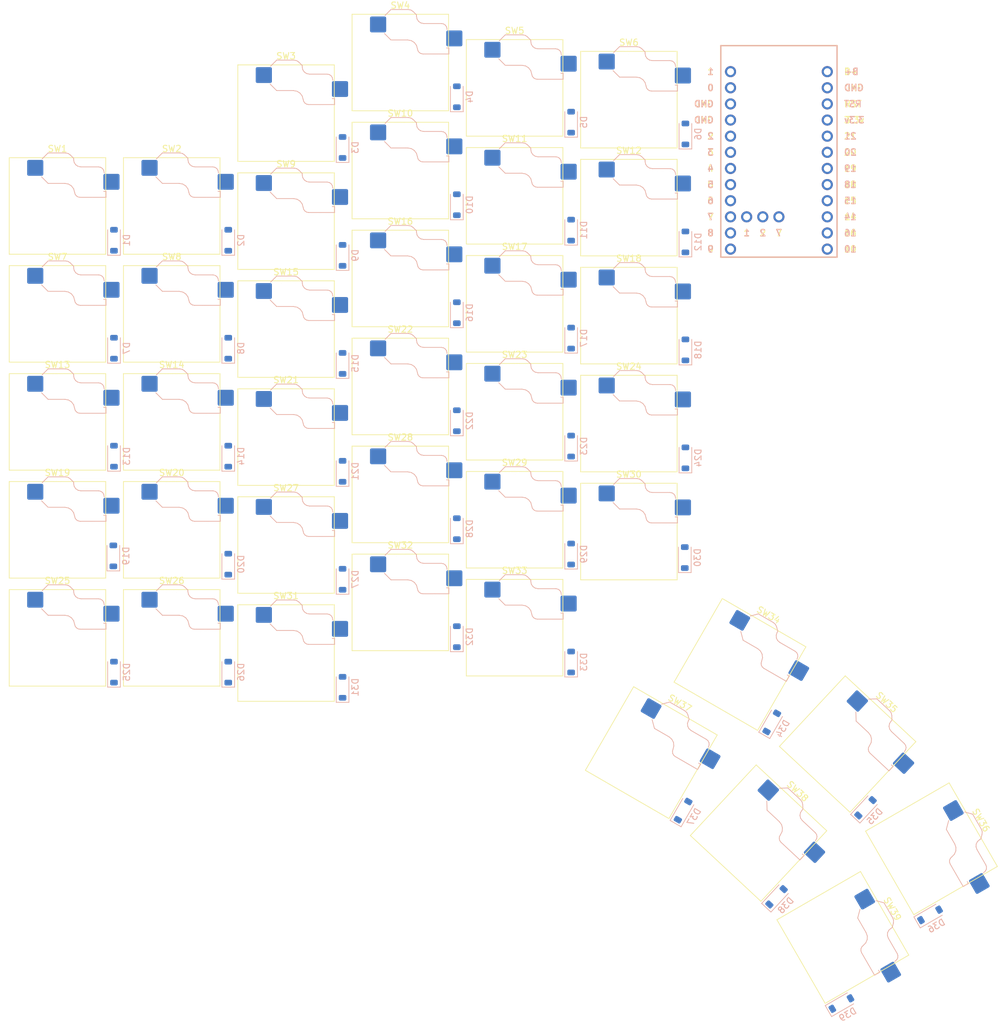
<source format=kicad_pcb>
(kicad_pcb (version 20241229) (generator "pcbnew") (generator_version "9.0")
  (layers (0 "F.Cu" signal) (2 "B.Cu" signal) (13 "F.Paste" user) (15 "B.Paste" user) (5 "F.SilkS" user "F.Silkscreen") (7 "B.SilkS" user "B.Silkscreen") (1 "F.Mask" user) (3 "B.Mask" user) (25 "Edge.Cuts" user))
  (net 0 "")
  (net 1 "ROW1")
  (net 2 "Net-(D1-A)")
  (net 3 "Net-(D2-A)")
  (net 4 "Net-(D3-A)")
  (net 5 "Net-(D4-A)")
  (net 6 "Net-(D5-A)")
  (net 7 "Net-(D6-A)")
  (net 8 "Net-(D7-A)")
  (net 9 "ROW2")
  (net 10 "Net-(D8-A)")
  (net 11 "Net-(D9-A)")
  (net 12 "Net-(D10-A)")
  (net 13 "Net-(D11-A)")
  (net 14 "Net-(D12-A)")
  (net 15 "Net-(D13-A)")
  (net 16 "ROW3")
  (net 17 "Net-(D14-A)")
  (net 18 "Net-(D15-A)")
  (net 19 "Net-(D16-A)")
  (net 20 "Net-(D17-A)")
  (net 21 "Net-(D18-A)")
  (net 22 "ROW4")
  (net 23 "Net-(D19-A)")
  (net 24 "Net-(D20-A)")
  (net 25 "Net-(D21-A)")
  (net 26 "Net-(D22-A)")
  (net 27 "Net-(D23-A)")
  (net 28 "Net-(D24-A)")
  (net 29 "ROW5")
  (net 30 "Net-(D25-A)")
  (net 31 "Net-(D26-A)")
  (net 32 "Net-(D27-A)")
  (net 33 "Net-(D28-A)")
  (net 34 "Net-(D29-A)")
  (net 35 "Net-(D30-A)")
  (net 36 "Net-(D31-A)")
  (net 37 "ROW6")
  (net 38 "Net-(D32-A)")
  (net 39 "Net-(D33-A)")
  (net 40 "TROW1")
  (net 41 "Net-(D34-A)")
  (net 42 "Net-(D35-A)")
  (net 43 "Net-(D36-A)")
  (net 44 "TROW2")
  (net 45 "Net-(D37-A)")
  (net 46 "Net-(D38-A)")
  (net 47 "Net-(D39-A)")
  (net 48 "COL1")
  (net 49 "COL2")
  (net 50 "COL3")
  (net 51 "COL4")
  (net 52 "COL5")
  (net 53 "COL6")
  (footprint "Scotto Hotswap:Hotswap_Choc_V1V2_1.00u" (layer "F.Cu") (at 154.4915 131.6819 -30)
    (property "Reference" "SW34" (at 0.000001 -8.999998 150) (layer "F.SilkS"))
    (property "Value" "SW_Push")
    (pad "" np_thru_hole circle (at -5.499999 0 330) (size 1.9 1.9) (drill 1.9) (layers "*.Cu" "*.Mask"))
    (pad "" np_thru_hole circle (at -5.000001 5.150001 330) (size 1.6 1.6) (drill 1.6) (layers "*.Cu" "*.Mask"))
    (pad "" np_thru_hole circle (at -0.000001 -5.9 330) (size 3.05 3.05) (drill 3.05) (layers "*.Cu" "*.Mask"))
    (pad "" np_thru_hole circle (at 0 0 330) (size 5.05 5.05) (drill 5.05) (layers "*.Cu" "*.Mask"))
    (pad "" np_thru_hole circle (at 5 -3.799997 330) (size 3.05 3.05) (drill 3.05) (layers "*.Cu" "*.Mask"))
    (pad "" np_thru_hole circle (at 5.499999 0 330) (size 1.9 1.9) (drill 1.9) (layers "*.Cu" "*.Mask"))
    (pad "1" smd roundrect (at -3.5 -6 330) (size 2.55 2.5) (layers "B.Cu" "B.Mask" "B.Paste") (roundrect_rratio 0.1) (net 50 "COL3"))
    (pad "2" smd roundrect (at 8.5 -3.8 330) (size 2.55 2.5) (layers "B.Cu" "B.Mask" "B.Paste") (roundrect_rratio 0.1) (net 41 "Net-(D34-A)"))
  )
  (footprint "Scotto Hotswap:Hotswap_Choc_V1V2_1.00u" (layer "F.Cu") (at 171.4473 144.2103 -43)
    (property "Reference" "SW35" (at 0.000001 -8.999999 137) (layer "F.SilkS"))
    (property "Value" "SW_Push")
    (pad "" np_thru_hole circle (at -5.499999 0 317) (size 1.9 1.9) (drill 1.9) (layers "*.Cu" "*.Mask"))
    (pad "" np_thru_hole circle (at -5 5.15 317) (size 1.6 1.6) (drill 1.6) (layers "*.Cu" "*.Mask"))
    (pad "" np_thru_hole circle (at 0 -5.9 317) (size 3.05 3.05) (drill 3.05) (layers "*.Cu" "*.Mask"))
    (pad "" np_thru_hole circle (at 0 0 317) (size 5.05 5.05) (drill 5.05) (layers "*.Cu" "*.Mask"))
    (pad "" np_thru_hole circle (at 5.000001 -3.799999 317) (size 3.05 3.05) (drill 3.05) (layers "*.Cu" "*.Mask"))
    (pad "" np_thru_hole circle (at 5.499999 0 317) (size 1.9 1.9) (drill 1.9) (layers "*.Cu" "*.Mask"))
    (pad "1" smd roundrect (at -3.499998 -5.999999 317) (size 2.55 2.5) (layers "B.Cu" "B.Mask" "B.Paste") (roundrect_rratio 0.1) (net 51 "COL4"))
    (pad "2" smd roundrect (at 8.500001 -3.8 317) (size 2.55 2.5) (layers "B.Cu" "B.Mask" "B.Paste") (roundrect_rratio 0.1) (net 42 "Net-(D35-A)"))
  )
  (footprint "Scotto Hotswap:Hotswap_Choc_V1V2_1.00u" (layer "F.Cu") (at 119 57.8906)
    (property "Reference" "SW11" (at 0 -9 0) (layer "F.SilkS"))
    (property "Value" "SW_Push")
    (pad "" np_thru_hole circle (at -5.5 0) (size 1.9 1.9) (drill 1.9) (layers "*.Cu" "*.Mask"))
    (pad "" np_thru_hole circle (at -5 5.15) (size 1.6 1.6) (drill 1.6) (layers "*.Cu" "*.Mask"))
    (pad "" np_thru_hole circle (at 0 -5.9) (size 3.05 3.05) (drill 3.05) (layers "*.Cu" "*.Mask"))
    (pad "" np_thru_hole circle (at 0 0) (size 5.05 5.05) (drill 5.05) (layers "*.Cu" "*.Mask"))
    (pad "" np_thru_hole circle (at 5 -3.8) (size 3.05 3.05) (drill 3.05) (layers "*.Cu" "*.Mask"))
    (pad "" np_thru_hole circle (at 5.5 0) (size 1.9 1.9) (drill 1.9) (layers "*.Cu" "*.Mask"))
    (pad "1" smd roundrect (at -3.5 -6) (size 2.55 2.5) (layers "B.Cu" "B.Mask" "B.Paste") (roundrect_rratio 0.1) (net 52 "COL5"))
    (pad "2" smd roundrect (at 8.5 -3.8) (size 2.55 2.5) (layers "B.Cu" "B.Mask" "B.Paste") (roundrect_rratio 0.1) (net 13 "Net-(D11-A)"))
  )
  (footprint "Scotto Hotswap:Hotswap_Choc_V1V2_1.00u" (layer "F.Cu") (at 47 59.4844)
    (property "Reference" "SW1" (at 0 -9 0) (layer "F.SilkS"))
    (property "Value" "SW_Push")
    (pad "" np_thru_hole circle (at -5.5 0) (size 1.9 1.9) (drill 1.9) (layers "*.Cu" "*.Mask"))
    (pad "" np_thru_hole circle (at -5 5.15) (size 1.6 1.6) (drill 1.6) (layers "*.Cu" "*.Mask"))
    (pad "" np_thru_hole circle (at 0 -5.9) (size 3.05 3.05) (drill 3.05) (layers "*.Cu" "*.Mask"))
    (pad "" np_thru_hole circle (at 0 0) (size 5.05 5.05) (drill 5.05) (layers "*.Cu" "*.Mask"))
    (pad "" np_thru_hole circle (at 5 -3.8) (size 3.05 3.05) (drill 3.05) (layers "*.Cu" "*.Mask"))
    (pad "" np_thru_hole circle (at 5.5 0) (size 1.9 1.9) (drill 1.9) (layers "*.Cu" "*.Mask"))
    (pad "1" smd roundrect (at -3.5 -6) (size 2.55 2.5) (layers "B.Cu" "B.Mask" "B.Paste") (roundrect_rratio 0.1) (net 48 "COL1"))
    (pad "2" smd roundrect (at 8.5 -3.8) (size 2.55 2.5) (layers "B.Cu" "B.Mask" "B.Paste") (roundrect_rratio 0.1) (net 2 "Net-(D1-A)"))
  )
  (footprint "Scotto Hotswap:Hotswap_Choc_V1V2_1.00u" (layer "F.Cu") (at 65 110.4844)
    (property "Reference" "SW20" (at 0 -9 0) (layer "F.SilkS"))
    (property "Value" "SW_Push")
    (pad "" np_thru_hole circle (at -5.5 0) (size 1.9 1.9) (drill 1.9) (layers "*.Cu" "*.Mask"))
    (pad "" np_thru_hole circle (at -5 5.15) (size 1.6 1.6) (drill 1.6) (layers "*.Cu" "*.Mask"))
    (pad "" np_thru_hole circle (at 0 -5.9) (size 3.05 3.05) (drill 3.05) (layers "*.Cu" "*.Mask"))
    (pad "" np_thru_hole circle (at 0 0) (size 5.05 5.05) (drill 5.05) (layers "*.Cu" "*.Mask"))
    (pad "" np_thru_hole circle (at 5 -3.8) (size 3.05 3.05) (drill 3.05) (layers "*.Cu" "*.Mask"))
    (pad "" np_thru_hole circle (at 5.5 0) (size 1.9 1.9) (drill 1.9) (layers "*.Cu" "*.Mask"))
    (pad "1" smd roundrect (at -3.5 -6) (size 2.55 2.5) (layers "B.Cu" "B.Mask" "B.Paste") (roundrect_rratio 0.1) (net 49 "COL2"))
    (pad "2" smd roundrect (at 8.5 -3.8) (size 2.55 2.5) (layers "B.Cu" "B.Mask" "B.Paste") (roundrect_rratio 0.1) (net 24 "Net-(D20-A)"))
  )
  (footprint "Scotto Hotswap:Hotswap_Choc_V1V2_1.00u" (layer "F.Cu") (at 137 59.75)
    (property "Reference" "SW12" (at 0 -9 0) (layer "F.SilkS"))
    (property "Value" "SW_Push")
    (pad "" np_thru_hole circle (at -5.5 0) (size 1.9 1.9) (drill 1.9) (layers "*.Cu" "*.Mask"))
    (pad "" np_thru_hole circle (at -5 5.15) (size 1.6 1.6) (drill 1.6) (layers "*.Cu" "*.Mask"))
    (pad "" np_thru_hole circle (at 0 -5.9) (size 3.05 3.05) (drill 3.05) (layers "*.Cu" "*.Mask"))
    (pad "" np_thru_hole circle (at 0 0) (size 5.05 5.05) (drill 5.05) (layers "*.Cu" "*.Mask"))
    (pad "" np_thru_hole circle (at 5 -3.8) (size 3.05 3.05) (drill 3.05) (layers "*.Cu" "*.Mask"))
    (pad "" np_thru_hole circle (at 5.5 0) (size 1.9 1.9) (drill 1.9) (layers "*.Cu" "*.Mask"))
    (pad "1" smd roundrect (at -3.5 -6) (size 2.55 2.5) (layers "B.Cu" "B.Mask" "B.Paste") (roundrect_rratio 0.1) (net 53 "COL6"))
    (pad "2" smd roundrect (at 8.5 -3.8) (size 2.55 2.5) (layers "B.Cu" "B.Mask" "B.Paste") (roundrect_rratio 0.1) (net 14 "Net-(D12-A)"))
  )
  (footprint "Scotto Hotswap:Hotswap_Choc_V1V2_1.00u" (layer "F.Cu") (at 119 74.8906)
    (property "Reference" "SW17" (at 0 -9 0) (layer "F.SilkS"))
    (property "Value" "SW_Push")
    (pad "" np_thru_hole circle (at -5.5 0) (size 1.9 1.9) (drill 1.9) (layers "*.Cu" "*.Mask"))
    (pad "" np_thru_hole circle (at -5 5.15) (size 1.6 1.6) (drill 1.6) (layers "*.Cu" "*.Mask"))
    (pad "" np_thru_hole circle (at 0 -5.9) (size 3.05 3.05) (drill 3.05) (layers "*.Cu" "*.Mask"))
    (pad "" np_thru_hole circle (at 0 0) (size 5.05 5.05) (drill 5.05) (layers "*.Cu" "*.Mask"))
    (pad "" np_thru_hole circle (at 5 -3.8) (size 3.05 3.05) (drill 3.05) (layers "*.Cu" "*.Mask"))
    (pad "" np_thru_hole circle (at 5.5 0) (size 1.9 1.9) (drill 1.9) (layers "*.Cu" "*.Mask"))
    (pad "1" smd roundrect (at -3.5 -6) (size 2.55 2.5) (layers "B.Cu" "B.Mask" "B.Paste") (roundrect_rratio 0.1) (net 52 "COL5"))
    (pad "2" smd roundrect (at 8.5 -3.8) (size 2.55 2.5) (layers "B.Cu" "B.Mask" "B.Paste") (roundrect_rratio 0.1) (net 20 "Net-(D17-A)"))
  )
  (footprint "Scotto Hotswap:Hotswap_Choc_V1V2_1.00u" (layer "F.Cu") (at 101 104.9062)
    (property "Reference" "SW28" (at 0 -9 0) (layer "F.SilkS"))
    (property "Value" "SW_Push")
    (pad "" np_thru_hole circle (at -5.5 0) (size 1.9 1.9) (drill 1.9) (layers "*.Cu" "*.Mask"))
    (pad "" np_thru_hole circle (at -5 5.15) (size 1.6 1.6) (drill 1.6) (layers "*.Cu" "*.Mask"))
    (pad "" np_thru_hole circle (at 0 -5.9) (size 3.05 3.05) (drill 3.05) (layers "*.Cu" "*.Mask"))
    (pad "" np_thru_hole circle (at 0 0) (size 5.05 5.05) (drill 5.05) (layers "*.Cu" "*.Mask"))
    (pad "" np_thru_hole circle (at 5 -3.8) (size 3.05 3.05) (drill 3.05) (layers "*.Cu" "*.Mask"))
    (pad "" np_thru_hole circle (at 5.5 0) (size 1.9 1.9) (drill 1.9) (layers "*.Cu" "*.Mask"))
    (pad "1" smd roundrect (at -3.5 -6) (size 2.55 2.5) (layers "B.Cu" "B.Mask" "B.Paste") (roundrect_rratio 0.1) (net 51 "COL4"))
    (pad "2" smd roundrect (at 8.5 -3.8) (size 2.55 2.5) (layers "B.Cu" "B.Mask" "B.Paste") (roundrect_rratio 0.1) (net 33 "Net-(D28-A)"))
  )
  (footprint "Scotto Hotswap:Hotswap_Choc_V1V2_1.00u" (layer "F.Cu") (at 65 59.4844)
    (property "Reference" "SW2" (at 0 -9 0) (layer "F.SilkS"))
    (property "Value" "SW_Push")
    (pad "" np_thru_hole circle (at -5.5 0) (size 1.9 1.9) (drill 1.9) (layers "*.Cu" "*.Mask"))
    (pad "" np_thru_hole circle (at -5 5.15) (size 1.6 1.6) (drill 1.6) (layers "*.Cu" "*.Mask"))
    (pad "" np_thru_hole circle (at 0 -5.9) (size 3.05 3.05) (drill 3.05) (layers "*.Cu" "*.Mask"))
    (pad "" np_thru_hole circle (at 0 0) (size 5.05 5.05) (drill 5.05) (layers "*.Cu" "*.Mask"))
    (pad "" np_thru_hole circle (at 5 -3.8) (size 3.05 3.05) (drill 3.05) (layers "*.Cu" "*.Mask"))
    (pad "" np_thru_hole circle (at 5.5 0) (size 1.9 1.9) (drill 1.9) (layers "*.Cu" "*.Mask"))
    (pad "1" smd roundrect (at -3.5 -6) (size 2.55 2.5) (layers "B.Cu" "B.Mask" "B.Paste") (roundrect_rratio 0.1) (net 49 "COL2"))
    (pad "2" smd roundrect (at 8.5 -3.8) (size 2.55 2.5) (layers "B.Cu" "B.Mask" "B.Paste") (roundrect_rratio 0.1) (net 3 "Net-(D2-A)"))
  )
  (footprint "Scotto Hotswap:Hotswap_Choc_V1V2_1.00u" (layer "F.Cu") (at 47 93.4844)
    (property "Reference" "SW13" (at 0 -9 0) (layer "F.SilkS"))
    (property "Value" "SW_Push")
    (pad "" np_thru_hole circle (at -5.5 0) (size 1.9 1.9) (drill 1.9) (layers "*.Cu" "*.Mask"))
    (pad "" np_thru_hole circle (at -5 5.15) (size 1.6 1.6) (drill 1.6) (layers "*.Cu" "*.Mask"))
    (pad "" np_thru_hole circle (at 0 -5.9) (size 3.05 3.05) (drill 3.05) (layers "*.Cu" "*.Mask"))
    (pad "" np_thru_hole circle (at 0 0) (size 5.05 5.05) (drill 5.05) (layers "*.Cu" "*.Mask"))
    (pad "" np_thru_hole circle (at 5 -3.8) (size 3.05 3.05) (drill 3.05) (layers "*.Cu" "*.Mask"))
    (pad "" np_thru_hole circle (at 5.5 0) (size 1.9 1.9) (drill 1.9) (layers "*.Cu" "*.Mask"))
    (pad "1" smd roundrect (at -3.5 -6) (size 2.55 2.5) (layers "B.Cu" "B.Mask" "B.Paste") (roundrect_rratio 0.1) (net 48 "COL1"))
    (pad "2" smd roundrect (at 8.5 -3.8) (size 2.55 2.5) (layers "B.Cu" "B.Mask" "B.Paste") (roundrect_rratio 0.1) (net 15 "Net-(D13-A)"))
  )
  (footprint "Scotto Hotswap:Hotswap_Choc_V1V2_1.00u" (layer "F.Cu") (at 83 129.875)
    (property "Reference" "SW31" (at 0 -9 0) (layer "F.SilkS"))
    (property "Value" "SW_Push")
    (pad "" np_thru_hole circle (at -5.5 0) (size 1.9 1.9) (drill 1.9) (layers "*.Cu" "*.Mask"))
    (pad "" np_thru_hole circle (at -5 5.15) (size 1.6 1.6) (drill 1.6) (layers "*.Cu" "*.Mask"))
    (pad "" np_thru_hole circle (at 0 -5.9) (size 3.05 3.05) (drill 3.05) (layers "*.Cu" "*.Mask"))
    (pad "" np_thru_hole circle (at 0 0) (size 5.05 5.05) (drill 5.05) (layers "*.Cu" "*.Mask"))
    (pad "" np_thru_hole circle (at 5 -3.8) (size 3.05 3.05) (drill 3.05) (layers "*.Cu" "*.Mask"))
    (pad "" np_thru_hole circle (at 5.5 0) (size 1.9 1.9) (drill 1.9) (layers "*.Cu" "*.Mask"))
    (pad "1" smd roundrect (at -3.5 -6) (size 2.55 2.5) (layers "B.Cu" "B.Mask" "B.Paste") (roundrect_rratio 0.1) (net 50 "COL3"))
    (pad "2" smd roundrect (at 8.5 -3.8) (size 2.55 2.5) (layers "B.Cu" "B.Mask" "B.Paste") (roundrect_rratio 0.1) (net 36 "Net-(D31-A)"))
  )
  (footprint "Scotto Hotswap:Hotswap_Choc_V1V2_1.00u" (layer "F.Cu") (at 47 76.4844)
    (property "Reference" "SW7" (at 0 -9 0) (layer "F.SilkS"))
    (property "Value" "SW_Push")
    (pad "" np_thru_hole circle (at -5.5 0) (size 1.9 1.9) (drill 1.9) (layers "*.Cu" "*.Mask"))
    (pad "" np_thru_hole circle (at -5 5.15) (size 1.6 1.6) (drill 1.6) (layers "*.Cu" "*.Mask"))
    (pad "" np_thru_hole circle (at 0 -5.9) (size 3.05 3.05) (drill 3.05) (layers "*.Cu" "*.Mask"))
    (pad "" np_thru_hole circle (at 0 0) (size 5.05 5.05) (drill 5.05) (layers "*.Cu" "*.Mask"))
    (pad "" np_thru_hole circle (at 5 -3.8) (size 3.05 3.05) (drill 3.05) (layers "*.Cu" "*.Mask"))
    (pad "" np_thru_hole circle (at 5.5 0) (size 1.9 1.9) (drill 1.9) (layers "*.Cu" "*.Mask"))
    (pad "1" smd roundrect (at -3.5 -6) (size 2.55 2.5) (layers "B.Cu" "B.Mask" "B.Paste") (roundrect_rratio 0.1) (net 48 "COL1"))
    (pad "2" smd roundrect (at 8.5 -3.8) (size 2.55 2.5) (layers "B.Cu" "B.Mask" "B.Paste") (roundrect_rratio 0.1) (net 8 "Net-(D7-A)"))
  )
  (footprint "Scotto Hotswap:Hotswap_Choc_V1V2_1.00u" (layer "F.Cu") (at 101 70.9062)
    (property "Reference" "SW16" (at 0 -9 0) (layer "F.SilkS"))
    (property "Value" "SW_Push")
    (pad "" np_thru_hole circle (at -5.5 0) (size 1.9 1.9) (drill 1.9) (layers "*.Cu" "*.Mask"))
    (pad "" np_thru_hole circle (at -5 5.15) (size 1.6 1.6) (drill 1.6) (layers "*.Cu" "*.Mask"))
    (pad "" np_thru_hole circle (at 0 -5.9) (size 3.05 3.05) (drill 3.05) (layers "*.Cu" "*.Mask"))
    (pad "" np_thru_hole circle (at 0 0) (size 5.05 5.05) (drill 5.05) (layers "*.Cu" "*.Mask"))
    (pad "" np_thru_hole circle (at 5 -3.8) (size 3.05 3.05) (drill 3.05) (layers "*.Cu" "*.Mask"))
    (pad "" np_thru_hole circle (at 5.5 0) (size 1.9 1.9) (drill 1.9) (layers "*.Cu" "*.Mask"))
    (pad "1" smd roundrect (at -3.5 -6) (size 2.55 2.5) (layers "B.Cu" "B.Mask" "B.Paste") (roundrect_rratio 0.1) (net 51 "COL4"))
    (pad "2" smd roundrect (at 8.5 -3.8) (size 2.55 2.5) (layers "B.Cu" "B.Mask" "B.Paste") (roundrect_rratio 0.1) (net 19 "Net-(D16-A)"))
  )
  (footprint "Scotto Hotswap:Hotswap_Choc_V1V2_1.00u" (layer "F.Cu") (at 101 36.9062)
    (property "Reference" "SW4" (at 0 -9 0) (layer "F.SilkS"))
    (property "Value" "SW_Push")
    (pad "" np_thru_hole circle (at -5.5 0) (size 1.9 1.9) (drill 1.9) (layers "*.Cu" "*.Mask"))
    (pad "" np_thru_hole circle (at -5 5.15) (size 1.6 1.6) (drill 1.6) (layers "*.Cu" "*.Mask"))
    (pad "" np_thru_hole circle (at 0 -5.9) (size 3.05 3.05) (drill 3.05) (layers "*.Cu" "*.Mask"))
    (pad "" np_thru_hole circle (at 0 0) (size 5.05 5.05) (drill 5.05) (layers "*.Cu" "*.Mask"))
    (pad "" np_thru_hole circle (at 5 -3.8) (size 3.05 3.05) (drill 3.05) (layers "*.Cu" "*.Mask"))
    (pad "" np_thru_hole circle (at 5.5 0) (size 1.9 1.9) (drill 1.9) (layers "*.Cu" "*.Mask"))
    (pad "1" smd roundrect (at -3.5 -6) (size 2.55 2.5) (layers "B.Cu" "B.Mask" "B.Paste") (roundrect_rratio 0.1) (net 51 "COL4"))
    (pad "2" smd roundrect (at 8.5 -3.8) (size 2.55 2.5) (layers "B.Cu" "B.Mask" "B.Paste") (roundrect_rratio 0.1) (net 5 "Net-(D4-A)"))
  )
  (footprint "Scotto Hotswap:Hotswap_Choc_V1V2_1.00u" (layer "F.Cu") (at 119 108.8906)
    (property "Reference" "SW29" (at 0 -9 0) (layer "F.SilkS"))
    (property "Value" "SW_Push")
    (pad "" np_thru_hole circle (at -5.5 0) (size 1.9 1.9) (drill 1.9) (layers "*.Cu" "*.Mask"))
    (pad "" np_thru_hole circle (at -5 5.15) (size 1.6 1.6) (drill 1.6) (layers "*.Cu" "*.Mask"))
    (pad "" np_thru_hole circle (at 0 -5.9) (size 3.05 3.05) (drill 3.05) (layers "*.Cu" "*.Mask"))
    (pad "" np_thru_hole circle (at 0 0) (size 5.05 5.05) (drill 5.05) (layers "*.Cu" "*.Mask"))
    (pad "" np_thru_hole circle (at 5 -3.8) (size 3.05 3.05) (drill 3.05) (layers "*.Cu" "*.Mask"))
    (pad "" np_thru_hole circle (at 5.5 0) (size 1.9 1.9) (drill 1.9) (layers "*.Cu" "*.Mask"))
    (pad "1" smd roundrect (at -3.5 -6) (size 2.55 2.5) (layers "B.Cu" "B.Mask" "B.Paste") (roundrect_rratio 0.1) (net 52 "COL5"))
    (pad "2" smd roundrect (at 8.5 -3.8) (size 2.55 2.5) (layers "B.Cu" "B.Mask" "B.Paste") (roundrect_rratio 0.1) (net 34 "Net-(D29-A)"))
  )
  (footprint "Scotto Hotswap:Hotswap_Choc_V1V2_1.00u" (layer "F.Cu") (at 137 110.75)
    (property "Reference" "SW30" (at 0 -9 0) (layer "F.SilkS"))
    (property "Value" "SW_Push")
    (pad "" np_thru_hole circle (at -5.5 0) (size 1.9 1.9) (drill 1.9) (layers "*.Cu" "*.Mask"))
    (pad "" np_thru_hole circle (at -5 5.15) (size 1.6 1.6) (drill 1.6) (layers "*.Cu" "*.Mask"))
    (pad "" np_thru_hole circle (at 0 -5.9) (size 3.05 3.05) (drill 3.05) (layers "*.Cu" "*.Mask"))
    (pad "" np_thru_hole circle (at 0 0) (size 5.05 5.05) (drill 5.05) (layers "*.Cu" "*.Mask"))
    (pad "" np_thru_hole circle (at 5 -3.8) (size 3.05 3.05) (drill 3.05) (layers "*.Cu" "*.Mask"))
    (pad "" np_thru_hole circle (at 5.5 0) (size 1.9 1.9) (drill 1.9) (layers "*.Cu" "*.Mask"))
    (pad "1" smd roundrect (at -3.5 -6) (size 2.55 2.5) (layers "B.Cu" "B.Mask" "B.Paste") (roundrect_rratio 0.1) (net 53 "COL6"))
    (pad "2" smd roundrect (at 8.5 -3.8) (size 2.55 2.5) (layers "B.Cu" "B.Mask" "B.Paste") (roundrect_rratio 0.1) (net 35 "Net-(D30-A)"))
  )
  (footprint "Scotto Hotswap:Hotswap_Choc_V1V2_1.00u" (layer "F.Cu") (at 83 44.875)
    (property "Reference" "SW3" (at 0 -9 0) (layer "F.SilkS"))
    (property "Value" "SW_Push")
    (pad "" np_thru_hole circle (at -5.5 0) (size 1.9 1.9) (drill 1.9) (layers "*.Cu" "*.Mask"))
    (pad "" np_thru_hole circle (at -5 5.15) (size 1.6 1.6) (drill 1.6) (layers "*.Cu" "*.Mask"))
    (pad "" np_thru_hole circle (at 0 -5.9) (size 3.05 3.05) (drill 3.05) (layers "*.Cu" "*.Mask"))
    (pad "" np_thru_hole circle (at 0 0) (size 5.05 5.05) (drill 5.05) (layers "*.Cu" "*.Mask"))
    (pad "" np_thru_hole circle (at 5 -3.8) (size 3.05 3.05) (drill 3.05) (layers "*.Cu" "*.Mask"))
    (pad "" np_thru_hole circle (at 5.5 0) (size 1.9 1.9) (drill 1.9) (layers "*.Cu" "*.Mask"))
    (pad "1" smd roundrect (at -3.5 -6) (size 2.55 2.5) (layers "B.Cu" "B.Mask" "B.Paste") (roundrect_rratio 0.1) (net 50 "COL3"))
    (pad "2" smd roundrect (at 8.5 -3.8) (size 2.55 2.5) (layers "B.Cu" "B.Mask" "B.Paste") (roundrect_rratio 0.1) (net 4 "Net-(D3-A)"))
  )
  (footprint "Scotto Hotswap:Hotswap_Choc_V1V2_1.00u" (layer "F.Cu") (at 83 95.875)
    (property "Reference" "SW21" (at 0 -9 0) (layer "F.SilkS"))
    (property "Value" "SW_Push")
    (pad "" np_thru_hole circle (at -5.5 0) (size 1.9 1.9) (drill 1.9) (layers "*.Cu" "*.Mask"))
    (pad "" np_thru_hole circle (at -5 5.15) (size 1.6 1.6) (drill 1.6) (layers "*.Cu" "*.Mask"))
    (pad "" np_thru_hole circle (at 0 -5.9) (size 3.05 3.05) (drill 3.05) (layers "*.Cu" "*.Mask"))
    (pad "" np_thru_hole circle (at 0 0) (size 5.05 5.05) (drill 5.05) (layers "*.Cu" "*.Mask"))
    (pad "" np_thru_hole circle (at 5 -3.8) (size 3.05 3.05) (drill 3.05) (layers "*.Cu" "*.Mask"))
    (pad "" np_thru_hole circle (at 5.5 0) (size 1.9 1.9) (drill 1.9) (layers "*.Cu" "*.Mask"))
    (pad "1" smd roundrect (at -3.5 -6) (size 2.55 2.5) (layers "B.Cu" "B.Mask" "B.Paste") (roundrect_rratio 0.1) (net 50 "COL3"))
    (pad "2" smd roundrect (at 8.5 -3.8) (size 2.55 2.5) (layers "B.Cu" "B.Mask" "B.Paste") (roundrect_rratio 0.1) (net 25 "Net-(D21-A)"))
  )
  (footprint "Scotto Hotswap:Hotswap_Choc_V1V2_1.00u" (layer "F.Cu") (at 119 40.8906)
    (property "Reference" "SW5" (at 0 -9 0) (layer "F.SilkS"))
    (property "Value" "SW_Push")
    (pad "" np_thru_hole circle (at -5.5 0) (size 1.9 1.9) (drill 1.9) (layers "*.Cu" "*.Mask"))
    (pad "" np_thru_hole circle (at -5 5.15) (size 1.6 1.6) (drill 1.6) (layers "*.Cu" "*.Mask"))
    (pad "" np_thru_hole circle (at 0 -5.9) (size 3.05 3.05) (drill 3.05) (layers "*.Cu" "*.Mask"))
    (pad "" np_thru_hole circle (at 0 0) (size 5.05 5.05) (drill 5.05) (layers "*.Cu" "*.Mask"))
    (pad "" np_thru_hole circle (at 5 -3.8) (size 3.05 3.05) (drill 3.05) (layers "*.Cu" "*.Mask"))
    (pad "" np_thru_hole circle (at 5.5 0) (size 1.9 1.9) (drill 1.9) (layers "*.Cu" "*.Mask"))
    (pad "1" smd roundrect (at -3.5 -6) (size 2.55 2.5) (layers "B.Cu" "B.Mask" "B.Paste") (roundrect_rratio 0.1) (net 52 "COL5"))
    (pad "2" smd roundrect (at 8.5 -3.8) (size 2.55 2.5) (layers "B.Cu" "B.Mask" "B.Paste") (roundrect_rratio 0.1) (net 6 "Net-(D5-A)"))
  )
  (footprint "Scotto Hotswap:Hotswap_Choc_V1V2_1.00u" (layer "F.Cu") (at 170.6926 174.6621 -60)
    (property "Reference" "SW39" (at 0.000001 -9 120) (layer "F.SilkS"))
    (property "Value" "SW_Push")
    (pad "" np_thru_hole circle (at -5.5 0.000001 300) (size 1.9 1.9) (drill 1.9) (layers "*.Cu" "*.Mask"))
    (pad "" np_thru_hole circle (at -5 5.15 300) (size 1.6 1.6) (drill 1.6) (layers "*.Cu" "*.Mask"))
    (pad "" np_thru_hole circle (at 0 -5.899999 300) (size 3.05 3.05) (drill 3.05) (layers "*.Cu" "*.Mask"))
    (pad "" np_thru_hole circle (at 0 0 300) (size 5.05 5.05) (drill 5.05) (layers "*.Cu" "*.Mask"))
    (pad "" np_thru_hole circle (at 5 -3.8 300) (size 3.05 3.05) (drill 3.05) (layers "*.Cu" "*.Mask"))
    (pad "" np_thru_hole circle (at 5.5 -0.000001 300) (size 1.9 1.9) (drill 1.9) (layers "*.Cu" "*.Mask"))
    (pad "1" smd roundrect (at -3.499998 -6.000001 300) (size 2.55 2.5) (layers "B.Cu" "B.Mask" "B.Paste") (roundrect_rratio 0.1) (net 52 "COL5"))
    (pad "2" smd roundrect (at 8.5 -3.8 300) (size 2.55 2.5) (layers "B.Cu" "B.Mask" "B.Paste") (roundrect_rratio 0.1) (net 47 "Net-(D39-A)"))
  )
  (footprint "Scotto Hotswap:Hotswap_Choc_V1V2_1.00u" (layer "F.Cu") (at 83 61.875)
    (property "Reference" "SW9" (at 0 -9 0) (layer "F.SilkS"))
    (property "Value" "SW_Push")
    (pad "" np_thru_hole circle (at -5.5 0) (size 1.9 1.9) (drill 1.9) (layers "*.Cu" "*.Mask"))
    (pad "" np_thru_hole circle (at -5 5.15) (size 1.6 1.6) (drill 1.6) (layers "*.Cu" "*.Mask"))
    (pad "" np_thru_hole circle (at 0 -5.9) (size 3.05 3.05) (drill 3.05) (layers "*.Cu" "*.Mask"))
    (pad "" np_thru_hole circle (at 0 0) (size 5.05 5.05) (drill 5.05) (layers "*.Cu" "*.Mask"))
    (pad "" np_thru_hole circle (at 5 -3.8) (size 3.05 3.05) (drill 3.05) (layers "*.Cu" "*.Mask"))
    (pad "" np_thru_hole circle (at 5.5 0) (size 1.9 1.9) (drill 1.9) (layers "*.Cu" "*.Mask"))
    (pad "1" smd roundrect (at -3.5 -6) (size 2.55 2.5) (layers "B.Cu" "B.Mask" "B.Paste") (roundrect_rratio 0.1) (net 50 "COL3"))
    (pad "2" smd roundrect (at 8.5 -3.8) (size 2.55 2.5) (layers "B.Cu" "B.Mask" "B.Paste") (roundrect_rratio 0.1) (net 11 "Net-(D9-A)"))
  )
  (footprint "Scotto Hotswap:Hotswap_Choc_V1V2_1.00u" (layer "F.Cu") (at 119 91.8906)
    (property "Reference" "SW23" (at 0 -9 0) (layer "F.SilkS"))
    (property "Value" "SW_Push")
    (pad "" np_thru_hole circle (at -5.5 0) (size 1.9 1.9) (drill 1.9) (layers "*.Cu" "*.Mask"))
    (pad "" np_thru_hole circle (at -5 5.15) (size 1.6 1.6) (drill 1.6) (layers "*.Cu" "*.Mask"))
    (pad "" np_thru_hole circle (at 0 -5.9) (size 3.05 3.05) (drill 3.05) (layers "*.Cu" "*.Mask"))
    (pad "" np_thru_hole circle (at 0 0) (size 5.05 5.05) (drill 5.05) (layers "*.Cu" "*.Mask"))
    (pad "" np_thru_hole circle (at 5 -3.8) (size 3.05 3.05) (drill 3.05) (layers "*.Cu" "*.Mask"))
    (pad "" np_thru_hole circle (at 5.5 0) (size 1.9 1.9) (drill 1.9) (layers "*.Cu" "*.Mask"))
    (pad "1" smd roundrect (at -3.5 -6) (size 2.55 2.5) (layers "B.Cu" "B.Mask" "B.Paste") (roundrect_rratio 0.1) (net 52 "COL5"))
    (pad "2" smd roundrect (at 8.5 -3.8) (size 2.55 2.5) (layers "B.Cu" "B.Mask" "B.Paste") (roundrect_rratio 0.1) (net 27 "Net-(D23-A)"))
  )
  (footprint "Scotto Hotswap:Hotswap_Choc_V1V2_1.00u" (layer "F.Cu") (at 65 76.4844)
    (property "Reference" "SW8" (at 0 -9 0) (layer "F.SilkS"))
    (property "Value" "SW_Push")
    (pad "" np_thru_hole circle (at -5.5 0) (size 1.9 1.9) (drill 1.9) (layers "*.Cu" "*.Mask"))
    (pad "" np_thru_hole circle (at -5 5.15) (size 1.6 1.6) (drill 1.6) (layers "*.Cu" "*.Mask"))
    (pad "" np_thru_hole circle (at 0 -5.9) (size 3.05 3.05) (drill 3.05) (layers "*.Cu" "*.Mask"))
    (pad "" np_thru_hole circle (at 0 0) (size 5.05 5.05) (drill 5.05) (layers "*.Cu" "*.Mask"))
    (pad "" np_thru_hole circle (at 5 -3.8) (size 3.05 3.05) (drill 3.05) (layers "*.Cu" "*.Mask"))
    (pad "" np_thru_hole circle (at 5.5 0) (size 1.9 1.9) (drill 1.9) (layers "*.Cu" "*.Mask"))
    (pad "1" smd roundrect (at -3.5 -6) (size 2.55 2.5) (layers "B.Cu" "B.Mask" "B.Paste") (roundrect_rratio 0.1) (net 49 "COL2"))
    (pad "2" smd roundrect (at 8.5 -3.8) (size 2.55 2.5) (layers "B.Cu" "B.Mask" "B.Paste") (roundrect_rratio 0.1) (net 10 "Net-(D8-A)"))
  )
  (footprint "Scotto Hotswap:Hotswap_Choc_V1V2_1.00u" (layer "F.Cu") (at 83 112.875)
    (property "Reference" "SW27" (at 0 -9 0) (layer "F.SilkS"))
    (property "Value" "SW_Push")
    (pad "" np_thru_hole circle (at -5.5 0) (size 1.9 1.9) (drill 1.9) (layers "*.Cu" "*.Mask"))
    (pad "" np_thru_hole circle (at -5 5.15) (size 1.6 1.6) (drill 1.6) (layers "*.Cu" "*.Mask"))
    (pad "" np_thru_hole circle (at 0 -5.9) (size 3.05 3.05) (drill 3.05) (layers "*.Cu" "*.Mask"))
    (pad "" np_thru_hole circle (at 0 0) (size 5.05 5.05) (drill 5.05) (layers "*.Cu" "*.Mask"))
    (pad "" np_thru_hole circle (at 5 -3.8) (size 3.05 3.05) (drill 3.05) (layers "*.Cu" "*.Mask"))
    (pad "" np_thru_hole circle (at 5.5 0) (size 1.9 1.9) (drill 1.9) (layers "*.Cu" "*.Mask"))
    (pad "1" smd roundrect (at -3.5 -6) (size 2.55 2.5) (layers "B.Cu" "B.Mask" "B.Paste") (roundrect_rratio 0.1) (net 50 "COL3"))
    (pad "2" smd roundrect (at 8.5 -3.8) (size 2.55 2.5) (layers "B.Cu" "B.Mask" "B.Paste") (roundrect_rratio 0.1) (net 32 "Net-(D27-A)"))
  )
  (footprint "Scotto Hotswap:Hotswap_Choc_V1V2_1.00u" (layer "F.Cu") (at 137 76.75)
    (property "Reference" "SW18" (at 0 -9 0) (layer "F.SilkS"))
    (property "Value" "SW_Push")
    (pad "" np_thru_hole circle (at -5.5 0) (size 1.9 1.9) (drill 1.9) (layers "*.Cu" "*.Mask"))
    (pad "" np_thru_hole circle (at -5 5.15) (size 1.6 1.6) (drill 1.6) (layers "*.Cu" "*.Mask"))
    (pad "" np_thru_hole circle (at 0 -5.9) (size 3.05 3.05) (drill 3.05) (layers "*.Cu" "*.Mask"))
    (pad "" np_thru_hole circle (at 0 0) (size 5.05 5.05) (drill 5.05) (layers "*.Cu" "*.Mask"))
    (pad "" np_thru_hole circle (at 5 -3.8) (size 3.05 3.05) (drill 3.05) (layers "*.Cu" "*.Mask"))
    (pad "" np_thru_hole circle (at 5.5 0) (size 1.9 1.9) (drill 1.9) (layers "*.Cu" "*.Mask"))
    (pad "1" smd roundrect (at -3.5 -6) (size 2.55 2.5) (layers "B.Cu" "B.Mask" "B.Paste") (roundrect_rratio 0.1) (net 53 "COL6"))
    (pad "2" smd roundrect (at 8.5 -3.8) (size 2.55 2.5) (layers "B.Cu" "B.Mask" "B.Paste") (roundrect_rratio 0.1) (net 21 "Net-(D18-A)"))
  )
  (footprint "Scotto Hotswap:Hotswap_Choc_V1V2_1.00u" (layer "F.Cu") (at 157.4204 158.237 -43)
    (property "Reference" "SW38" (at 0.000001 -8.999999 137) (layer "F.SilkS"))
    (property "Value" "SW_Push")
    (pad "" np_thru_hole circle (at -5.499999 0 317) (size 1.9 1.9) (drill 1.9) (layers "*.Cu" "*.Mask"))
    (pad "" np_thru_hole circle (at -5 5.15 317) (size 1.6 1.6) (drill 1.6) (layers "*.Cu" "*.Mask"))
    (pad "" np_thru_hole circle (at 0 -5.9 317) (size 3.05 3.05) (drill 3.05) (layers "*.Cu" "*.Mask"))
    (pad "" np_thru_hole circle (at 0 0 317) (size 5.05 5.05) (drill 5.05) (layers "*.Cu" "*.Mask"))
    (pad "" np_thru_hole circle (at 5.000002 -3.799999 317) (size 3.05 3.05) (drill 3.05) (layers "*.Cu" "*.Mask"))
    (pad "" np_thru_hole circle (at 5.499999 0 317) (size 1.9 1.9) (drill 1.9) (layers "*.Cu" "*.Mask"))
    (pad "1" smd roundrect (at -3.499998 -5.999999 317) (size 2.55 2.5) (layers "B.Cu" "B.Mask" "B.Paste") (roundrect_rratio 0.1) (net 51 "COL4"))
    (pad "2" smd roundrect (at 8.500001 -3.8 317) (size 2.55 2.5) (layers "B.Cu" "B.Mask" "B.Paste") (roundrect_rratio 0.1) (net 46 "Net-(D38-A)"))
  )
  (footprint "Scotto Hotswap:Hotswap_Choc_V1V2_1.00u" (layer "F.Cu") (at 101 53.9062)
    (property "Reference" "SW10" (at 0 -9 0) (layer "F.SilkS"))
    (property "Value" "SW_Push")
    (pad "" np_thru_hole circle (at -5.5 0) (size 1.9 1.9) (drill 1.9) (layers "*.Cu" "*.Mask"))
    (pad "" np_thru_hole circle (at -5 5.15) (size 1.6 1.6) (drill 1.6) (layers "*.Cu" "*.Mask"))
    (pad "" np_thru_hole circle (at 0 -5.9) (size 3.05 3.05) (drill 3.05) (layers "*.Cu" "*.Mask"))
    (pad "" np_thru_hole circle (at 0 0) (size 5.05 5.05) (drill 5.05) (layers "*.Cu" "*.Mask"))
    (pad "" np_thru_hole circle (at 5 -3.8) (size 3.05 3.05) (drill 3.05) (layers "*.Cu" "*.Mask"))
    (pad "" np_thru_hole circle (at 5.5 0) (size 1.9 1.9) (drill 1.9) (layers "*.Cu" "*.Mask"))
    (pad "1" smd roundrect (at -3.5 -6) (size 2.55 2.5) (layers "B.Cu" "B.Mask" "B.Paste") (roundrect_rratio 0.1) (net 51 "COL4"))
    (pad "2" smd roundrect (at 8.5 -3.8) (size 2.55 2.5) (layers "B.Cu" "B.Mask" "B.Paste") (roundrect_rratio 0.1) (net 12 "Net-(D10-A)"))
  )
  (footprint "Scotto Hotswap:Hotswap_Choc_V1V2_1.00u" (layer "F.Cu") (at 101 121.9062)
    (property "Reference" "SW32" (at 0 -9 0) (layer "F.SilkS"))
    (property "Value" "SW_Push")
    (pad "" np_thru_hole circle (at -5.5 0) (size 1.9 1.9) (drill 1.9) (layers "*.Cu" "*.Mask"))
    (pad "" np_thru_hole circle (at -5 5.15) (size 1.6 1.6) (drill 1.6) (layers "*.Cu" "*.Mask"))
    (pad "" np_thru_hole circle (at 0 -5.9) (size 3.05 3.05) (drill 3.05) (layers "*.Cu" "*.Mask"))
    (pad "" np_thru_hole circle (at 0 0) (size 5.05 5.05) (drill 5.05) (layers "*.Cu" "*.Mask"))
    (pad "" np_thru_hole circle (at 5 -3.8) (size 3.05 3.05) (drill 3.05) (layers "*.Cu" "*.Mask"))
    (pad "" np_thru_hole circle (at 5.5 0) (size 1.9 1.9) (drill 1.9) (layers "*.Cu" "*.Mask"))
    (pad "1" smd roundrect (at -3.5 -6) (size 2.55 2.5) (layers "B.Cu" "B.Mask" "B.Paste") (roundrect_rratio 0.1) (net 51 "COL4"))
    (pad "2" smd roundrect (at 8.5 -3.8) (size 2.55 2.5) (layers "B.Cu" "B.Mask" "B.Paste") (roundrect_rratio 0.1) (net 38 "Net-(D32-A)"))
  )
  (footprint "Scotto Hotswap:Hotswap_Choc_V1V2_1.00u" (layer "F.Cu") (at 119 125.8906)
    (property "Reference" "SW33" (at 0 -9 0) (layer "F.SilkS"))
    (property "Value" "SW_Push")
    (pad "" np_thru_hole circle (at -5.5 0) (size 1.9 1.9) (drill 1.9) (layers "*.Cu" "*.Mask"))
    (pad "" np_thru_hole circle (at -5 5.15) (size 1.6 1.6) (drill 1.6) (layers "*.Cu" "*.Mask"))
    (pad "" np_thru_hole circle (at 0 -5.9) (size 3.05 3.05) (drill 3.05) (layers "*.Cu" "*.Mask"))
    (pad "" np_thru_hole circle (at 0 0) (size 5.05 5.05) (drill 5.05) (layers "*.Cu" "*.Mask"))
    (pad "" np_thru_hole circle (at 5 -3.8) (size 3.05 3.05) (drill 3.05) (layers "*.Cu" "*.Mask"))
    (pad "" np_thru_hole circle (at 5.5 0) (size 1.9 1.9) (drill 1.9) (layers "*.Cu" "*.Mask"))
    (pad "1" smd roundrect (at -3.5 -6) (size 2.55 2.5) (layers "B.Cu" "B.Mask" "B.Paste") (roundrect_rratio 0.1) (net 52 "COL5"))
    (pad "2" smd roundrect (at 8.5 -3.8) (size 2.55 2.5) (layers "B.Cu" "B.Mask" "B.Paste") (roundrect_rratio 0.1) (net 39 "Net-(D33-A)"))
  )
  (footprint "Scotto MCU:Nice_Nano_V2" (layer "F.Cu") (at 160.625 52.03)
    (property "Reference" "U2" (hide yes))
    (property "Value" "nice_nano" (hide yes))
    (fp_text user "10" (at 10.16 14.25 0) (layer "F.SilkS") (effects (font (thickness 0.2) (bold yes)) (justify left)))
    (fp_text user "3" (at -10.16 -0.99 0) (layer "F.SilkS") (effects (font (thickness 0.2) (bold yes)) (justify right)))
    (fp_text user "GND" (at -10.16 -6.07 0) (layer "F.SilkS") (effects (font (thickness 0.2) (bold yes)) (justify right)))
    (fp_text user "1" (at -10.16 -13.69 0) (layer "F.SilkS") (effects (font (thickness 0.2) (bold yes)) (justify right)))
    (fp_text user "21" (at 10.16 -3.53 0) (layer "F.SilkS") (effects (font (thickness 0.2) (bold yes)) (justify left)))
    (fp_text user "0" (at -10.16 -11.15 0) (layer "F.SilkS") (effects (font (thickness 0.2) (bold yes)) (justify right)))
    (fp_text user "15" (at 10.16 6.63 0) (layer "F.SilkS") (effects (font (thickness 0.2) (bold yes)) (justify left)))
    (fp_text user "16" (at 10.16 11.71 0) (layer "F.SilkS") (effects (font (thickness 0.2) (bold yes)) (justify left)))
    (fp_text user "7" (at -10.16 9.17 0) (layer "F.SilkS") (effects (font (thickness 0.2) (bold yes)) (justify right)))
    (fp_text user "14" (at 10.16 9.17 0) (layer "F.SilkS") (effects (font (thickness 0.2) (bold yes)) (justify left)))
    (fp_text user "18" (at 10.16 4.09 0) (layer "F.SilkS") (effects (font (thickness 0.2) (bold yes)) (justify left)))
    (fp_text user "7" (at 0 11.709998 0) (layer "F.SilkS") (effects (font (thickness 0.2) (bold yes))))
    (fp_text user "5" (at -10.16 4.09 0) (layer "F.SilkS") (effects (font (thickness 0.2) (bold yes)) (justify right)))
    (fp_text user "GND" (at 10.16 -11.15 0) (layer "F.SilkS") (effects (font (thickness 0.2) (bold yes)) (justify left)))
    (fp_text user "19" (at 10.16 1.55 0) (layer "F.SilkS") (effects (font (thickness 0.2) (bold yes)) (justify left)))
    (fp_text user "8" (at -10.16 11.71 0) (layer "F.SilkS") (effects (font (thickness 0.2) (bold yes)) (justify right)))
    (fp_text user "4" (at -10.16 1.55 0) (layer "F.SilkS") (effects (font (thickness 0.2) (bold yes)) (justify right)))
    (fp_text user "20" (at 10.16 -0.99 0) (layer "F.SilkS") (effects (font (thickness 0.2) (bold yes)) (justify left)))
    (fp_text user "6" (at -10.16 6.63 0) (layer "F.SilkS") (effects (font (thickness 0.2) (bold yes)) (justify right)))
    (fp_text user "9" (at -10.16 14.25 0) (layer "F.SilkS") (effects (font (thickness 0.2) (bold yes)) (justify right)))
    (fp_text user "1" (at -5.08 11.71 0) (layer "F.SilkS") (effects (font (thickness 0.2) (bold yes))))
    (fp_text user "GND" (at -10.16 -8.61 0) (layer "F.SilkS") (effects (font (thickness 0.2) (bold yes)) (justify right)))
    (fp_text user "RST" (at 10.16 -8.61 0) (layer "F.SilkS") (effects (font (thickness 0.2) (bold yes)) (justify left)))
    (fp_text user "2" (at -10.16 -3.53 0) (layer "F.SilkS") (effects (font (thickness 0.2) (bold yes)) (justify right)))
    (fp_text user "B+" (at 10.16 -13.69 0) (layer "F.SilkS") (effects (font (thickness 0.2) (bold yes)) (justify left)))
    (fp_text user "2" (at -2.54 11.71 0) (layer "F.SilkS") (effects (font (thickness 0.2) (bold yes))))
    (fp_text user "3.3v" (at 10.16 -6.07 0) (layer "F.SilkS") (effects (font (thickness 0.2) (bold yes)) (justify left)))
    (fp_text user "19" (at 10.16 1.55 0) (layer "B.SilkS") (effects (font (thickness 0.2) (bold yes)) (justify right mirror)))
    (fp_text user "21" (at 10.16 -3.53 0) (layer "B.SilkS") (effects (font (thickness 0.2) (bold yes)) (justify right mirror)))
    (fp_text user "10" (at 10.16 14.25 0) (layer "B.SilkS") (effects (font (thickness 0.2) (bold yes)) (justify right mirror)))
    (fp_text user "0" (at -10.16 -11.15 0) (layer "B.SilkS") (effects (font (thickness 0.2) (bold yes)) (justify left mirror)))
    (fp_text user "20" (at 10.16 -0.99 0) (layer "B.SilkS") (effects (font (thickness 0.2) (bold yes)) (justify right mirror)))
    (fp_text user "2" (at -10.16 -3.53 0) (layer "B.SilkS") (effects (font (thickness 0.2) (bold yes)) (justify left mirror)))
    (fp_text user "4" (at -10.16 1.55 0) (layer "B.SilkS") (effects (font (thickness 0.2) (bold yes)) (justify left mirror)))
    (fp_text user "GND" (at -10.16 -6.07 0) (layer "B.SilkS") (effects (font (thickness 0.2) (bold yes)) (justify left mirror)))
    (fp_text user "7" (at 0 11.709998 0) (layer "B.SilkS") (effects (font (thickness 0.2) (bold yes)) (justify mirror)))
    (fp_text user "9" (at -10.16 14.25 0) (layer "B.SilkS") (effects (font (thickness 0.2) (bold yes)) (justify left mirror)))
    (fp_text user "RST" (at 10.16 -8.61 0) (layer "B.SilkS") (effects (font (thickness 0.2) (bold yes)) (justify right mirror)))
    (fp_text user "15" (at 10.16 6.63 0) (layer "B.SilkS") (effects (font (thickness 0.2) (bold yes)) (justify right mirror)))
    (fp_text user "14" (at 10.16 9.17 0) (layer "B.SilkS") (effects (font (thickness 0.2) (bold yes)) (justify right mirror)))
    (fp_text user "3" (at -10.16 -0.99 0) (layer "B.SilkS") (effects (font (thickness 0.2) (bold yes)) (justify left mirror)))
    (fp_text user "GND" (at -10.16 -8.61 0) (layer "B.SilkS") (effects (font (thickness 0.2) (bold yes)) (justify left mirror)))
    (fp_text user "2" (at -2.54 11.71 0) (layer "B.SilkS") (effects (font (thickness 0.2) (bold yes)) (justify mirror)))
    (fp_text user "18" (at 10.16 4.09 0) (layer "B.SilkS") (effects (font (thickness 0.2) (bold yes)) (justify right mirror)))
    (fp_text user "B+" (at 10.16 -13.69 0) (layer "B.SilkS") (effects (font (thickness 0.2) (bold yes)) (justify right mirror)))
    (fp_text user "1" (at -10.16 -13.69 0) (layer "B.SilkS") (effects (font (thickness 0.2) (bold yes)) (justify left mirror)))
    (fp_text user "7" (at -10.16 9.17 0) (layer "B.SilkS") (effects (font (thickness 0.2) (bold yes)) (justify left mirror)))
    (fp_text user "1" (at -5.08 11.71 0) (layer "B.SilkS") (effects (font (thickness 0.2) (bold yes)) (justify mirror)))
    (fp_text user "8" (at -10.16 11.71 0) (layer "B.SilkS") (effects (font (thickness 0.2) (bold yes)) (justify left mirror)))
    (fp_text user "GND" (at 10.16 -11.15 0) (layer "B.SilkS") (effects (font (thickness 0.2) (bold yes)) (justify right mirror)))
    (fp_text user "3.3v" (at 10.16 -6.07 0) (layer "B.SilkS") (effects (font (thickness 0.2) (bold yes)) (justify right mirror)))
    (fp_text user "5" (at -10.16 4.09 0) (layer "B.SilkS") (effects (font (thickness 0.2) (bold yes)) (justify left mirror)))
    (fp_text user "16" (at 10.16 11.71 0) (layer "B.SilkS") (effects (font (thickness 0.2) (bold yes)) (justify right mirror)))
    (fp_text user "6" (at -10.16 6.63 0) (layer "B.SilkS") (effects (font (thickness 0.2) (bold yes)) (justify left mirror)))
    (pad "1" thru_hole circle (at -7.62 -13.69 270) (size 1.7526 1.7526) (drill 1.0922) (layers "*.Cu" "*.Mask"))
    (pad "2" thru_hole circle (at -7.62 -11.15 270) (size 1.7526 1.7526) (drill 1.0922) (layers "*.Cu" "*.Mask") (net 1 "ROW1"))
    (pad "3" thru_hole circle (at -7.62 -8.61 270) (size 1.7526 1.7526) (drill 1.0922) (layers "*.Cu" "*.Mask") (net 9 "ROW2"))
    (pad "4" thru_hole circle (at -7.62 -6.07 270) (size 1.7526 1.7526) (drill 1.0922) (layers "*.Cu" "*.Mask") (net 16 "ROW3"))
    (pad "5" thru_hole circle (at -7.62 -3.53 270) (size 1.7526 1.7526) (drill 1.0922) (layers "*.Cu" "*.Mask") (net 22 "ROW4"))
    (pad "6" thru_hole circle (at -7.62 -0.99 270) (size 1.7526 1.7526) (drill 1.0922) (layers "*.Cu" "*.Mask") (net 29 "ROW5"))
    (pad "7" thru_hole circle (at -7.62 1.55 270) (size 1.7526 1.7526) (drill 1.0922) (layers "*.Cu" "*.Mask") (net 37 "ROW6"))
    (pad "8" thru_hole circle (at -7.62 4.09 270) (size 1.7526 1.7526) (drill 1.0922) (layers "*.Cu" "*.Mask") (net 44 "TROW2"))
    (pad "9" thru_hole circle (at -7.62 6.63 270) (size 1.7526 1.7526) (drill 1.0922) (layers "*.Cu" "*.Mask") (net 40 "TROW1"))
    (pad "10" thru_hole circle (at -7.62 9.17 270) (size 1.7526 1.7526) (drill 1.0922) (layers "*.Cu" "*.Mask") (net 48 "COL1"))
    (pad "11" thru_hole circle (at -7.62 11.71 270) (size 1.7526 1.7526) (drill 1.0922) (layers "*.Cu" "*.Mask") (net 49 "COL2"))
    (pad "12" thru_hole circle (at -7.62 14.25 270) (size 1.7526 1.7526) (drill 1.0922) (layers "*.Cu" "*.Mask") (net 50 "COL3"))
    (pad "13" thru_hole circle (at 7.62 14.25 270) (size 1.7526 1.7526) (drill 1.0922) (layers "*.Cu" "*.Mask") (net 51 "COL4"))
    (pad "14" thru_hole circle (at 7.62 11.71 270) (size 1.7526 1.7526) (drill 1.0922) (layers "*.Cu" "*.Mask") (net 52 "COL5"))
    (pad "15" thru_hole circle (at 7.62 9.17 270) (size 1.7526 1.7526) (drill 1.0922) (layers "*.Cu" "*.Mask") (net 53 "COL6"))
    (pad "16" thru_hole circle (at 7.62 6.63 270) (size 1.7526 1.7526) (drill 1.0922) (layers "*.Cu" "*.Mask"))
    (pad "17" thru_hole circle (at 7.62 4.09 270) (size 1.7526 1.7526) (drill 1.0922) (layers "*.Cu" "*.Mask"))
    (pad "18" thru_hole circle (at 7.62 1.55 270) (size 1.7526 1.7526) (drill 1.0922) (layers "*.Cu" "*.Mask"))
    (pad "19" thru_hole circle (at 7.62 -0.99 270) (size 1.7526 1.7526) (drill 1.0922) (layers "*.Cu" "*.Mask"))
    (pad "20" thru_hole circle (at 7.62 -3.53 270) (size 1.7526 1.7526) (drill 1.0922) (layers "*.Cu" "*.Mask"))
    (pad "21" thru_hole circle (at 7.62 -6.07 270) (size 1.7526 1.7526) (drill 1.0922) (layers "*.Cu" "*.Mask"))
    (pad "22" thru_hole circle (at 7.62 -8.61 270) (size 1.7526 1.7526) (drill 1.0922) (layers "*.Cu" "*.Mask"))
    (pad "23" thru_hole circle (at 7.62 -11.15 270) (size 1.7526 1.7526) (drill 1.0922) (layers "*.Cu" "*.Mask"))
    (pad "24" thru_hole circle (at 7.62 -13.69 270) (size 1.7526 1.7526) (drill 1.0922) (layers "*.Cu" "*.Mask"))
    (pad "25" thru_hole circle (at -5.08 9.17) (size 1.7526 1.7526) (drill 1.0922) (layers "*.Cu" "*.Mask"))
    (pad "26" thru_hole circle (at -2.54 9.17) (size 1.7526 1.7526) (drill 1.0922) (layers "*.Cu" "*.Mask"))
    (pad "27" thru_hole circle (at 0 9.17) (size 1.7526 1.7526) (drill 1.0922) (layers "*.Cu" "*.Mask"))
  )
  (footprint "Scotto Hotswap:Hotswap_Choc_V1V2_1.00u" (layer "F.Cu") (at 47 110.4844)
    (property "Reference" "SW19" (at 0 -9 0) (layer "F.SilkS"))
    (property "Value" "SW_Push")
    (pad "" np_thru_hole circle (at -5.5 0) (size 1.9 1.9) (drill 1.9) (layers "*.Cu" "*.Mask"))
    (pad "" np_thru_hole circle (at -5 5.15) (size 1.6 1.6) (drill 1.6) (layers "*.Cu" "*.Mask"))
    (pad "" np_thru_hole circle (at 0 -5.9) (size 3.05 3.05) (drill 3.05) (layers "*.Cu" "*.Mask"))
    (pad "" np_thru_hole circle (at 0 0) (size 5.05 5.05) (drill 5.05) (layers "*.Cu" "*.Mask"))
    (pad "" np_thru_hole circle (at 5 -3.8) (size 3.05 3.05) (drill 3.05) (layers "*.Cu" "*.Mask"))
    (pad "" np_thru_hole circle (at 5.5 0) (size 1.9 1.9) (drill 1.9) (layers "*.Cu" "*.Mask"))
    (pad "1" smd roundrect (at -3.5 -6) (size 2.55 2.5) (layers "B.Cu" "B.Mask" "B.Paste") (roundrect_rratio 0.1) (net 48 "COL1"))
    (pad "2" smd roundrect (at 8.5 -3.8) (size 2.55 2.5) (layers "B.Cu" "B.Mask" "B.Paste") (roundrect_rratio 0.1) (net 23 "Net-(D19-A)"))
  )
  (footprint "Scotto Hotswap:Hotswap_Choc_V1V2_1.00u" (layer "F.Cu") (at 101 87.9062)
    (property "Reference" "SW22" (at 0 -9 0) (layer "F.SilkS"))
    (property "Value" "SW_Push")
    (pad "" np_thru_hole circle (at -5.5 0) (size 1.9 1.9) (drill 1.9) (layers "*.Cu" "*.Mask"))
    (pad "" np_thru_hole circle (at -5 5.15) (size 1.6 1.6) (drill 1.6) (layers "*.Cu" "*.Mask"))
    (pad "" np_thru_hole circle (at 0 -5.9) (size 3.05 3.05) (drill 3.05) (layers "*.Cu" "*.Mask"))
    (pad "" np_thru_hole circle (at 0 0) (size 5.05 5.05) (drill 5.05) (layers "*.Cu" "*.Mask"))
    (pad "" np_thru_hole circle (at 5 -3.8) (size 3.05 3.05) (drill 3.05) (layers "*.Cu" "*.Mask"))
    (pad "" np_thru_hole circle (at 5.5 0) (size 1.9 1.9) (drill 1.9) (layers "*.Cu" "*.Mask"))
    (pad "1" smd roundrect (at -3.5 -6) (size 2.55 2.5) (layers "B.Cu" "B.Mask" "B.Paste") (roundrect_rratio 0.1) (net 51 "COL4"))
    (pad "2" smd roundrect (at 8.5 -3.8) (size 2.55 2.5) (layers "B.Cu" "B.Mask" "B.Paste") (roundrect_rratio 0.1) (net 26 "Net-(D22-A)"))
  )
  (footprint "Scotto Hotswap:Hotswap_Choc_V1V2_1.00u" (layer "F.Cu") (at 137 93.75)
    (property "Reference" "SW24" (at 0 -9 0) (layer "F.SilkS"))
    (property "Value" "SW_Push")
    (pad "" np_thru_hole circle (at -5.5 0) (size 1.9 1.9) (drill 1.9) (layers "*.Cu" "*.Mask"))
    (pad "" np_thru_hole circle (at -5 5.15) (size 1.6 1.6) (drill 1.6) (layers "*.Cu" "*.Mask"))
    (pad "" np_thru_hole circle (at 0 -5.9) (size 3.05 3.05) (drill 3.05) (layers "*.Cu" "*.Mask"))
    (pad "" np_thru_hole circle (at 0 0) (size 5.05 5.05) (drill 5.05) (layers "*.Cu" "*.Mask"))
    (pad "" np_thru_hole circle (at 5 -3.8) (size 3.05 3.05) (drill 3.05) (layers "*.Cu" "*.Mask"))
    (pad "" np_thru_hole circle (at 5.5 0) (size 1.9 1.9) (drill 1.9) (layers "*.Cu" "*.Mask"))
    (pad "1" smd roundrect (at -3.5 -6) (size 2.55 2.5) (layers "B.Cu" "B.Mask" "B.Paste") (roundrect_rratio 0.1) (net 53 "COL6"))
    (pad "2" smd roundrect (at 8.5 -3.8) (size 2.55 2.5) (layers "B.Cu" "B.Mask" "B.Paste") (roundrect_rratio 0.1) (net 28 "Net-(D24-A)"))
  )
  (footprint "Scotto Hotswap:Hotswap_Choc_V1V2_1.00u" (layer "F.Cu") (at 65 127.4844)
    (property "Reference" "SW26" (at 0 -9 0) (layer "F.SilkS"))
    (property "Value" "SW_Push")
    (pad "" np_thru_hole circle (at -5.5 0) (size 1.9 1.9) (drill 1.9) (layers "*.Cu" "*.Mask"))
    (pad "" np_thru_hole circle (at -5 5.15) (size 1.6 1.6) (drill 1.6) (layers "*.Cu" "*.Mask"))
    (pad "" np_thru_hole circle (at 0 -5.9) (size 3.05 3.05) (drill 3.05) (layers "*.Cu" "*.Mask"))
    (pad "" np_thru_hole circle (at 0 0) (size 5.05 5.05) (drill 5.05) (layers "*.Cu" "*.Mask"))
    (pad "" np_thru_hole circle (at 5 -3.8) (size 3.05 3.05) (drill 3.05) (layers "*.Cu" "*.Mask"))
    (pad "" np_thru_hole circle (at 5.5 0) (size 1.9 1.9) (drill 1.9) (layers "*.Cu" "*.Mask"))
    (pad "1" smd roundrect (at -3.5 -6) (size 2.55 2.5) (layers "B.Cu" "B.Mask" "B.Paste") (roundrect_rratio 0.1) (net 49 "COL2"))
    (pad "2" smd roundrect (at 8.5 -3.8) (size 2.55 2.5) (layers "B.Cu" "B.Mask" "B.Paste") (roundrect_rratio 0.1) (net 31 "Net-(D26-A)"))
  )
  (footprint "Scotto Hotswap:Hotswap_Choc_V1V2_1.00u" (layer "F.Cu") (at 83 78.875)
    (property "Reference" "SW15" (at 0 -9 0) (layer "F.SilkS"))
    (property "Value" "SW_Push")
    (pad "" np_thru_hole circle (at -5.5 0) (size 1.9 1.9) (drill 1.9) (layers "*.Cu" "*.Mask"))
    (pad "" np_thru_hole circle (at -5 5.15) (size 1.6 1.6) (drill 1.6) (layers "*.Cu" "*.Mask"))
    (pad "" np_thru_hole circle (at 0 -5.9) (size 3.05 3.05) (drill 3.05) (layers "*.Cu" "*.Mask"))
    (pad "" np_thru_hole circle (at 0 0) (size 5.05 5.05) (drill 5.05) (layers "*.Cu" "*.Mask"))
    (pad "" np_thru_hole circle (at 5 -3.8) (size 3.05 3.05) (drill 3.05) (layers "*.Cu" "*.Mask"))
    (pad "" np_thru_hole circle (at 5.5 0) (size 1.9 1.9) (drill 1.9) (layers "*.Cu" "*.Mask"))
    (pad "1" smd roundrect (at -3.5 -6) (size 2.55 2.5) (layers "B.Cu" "B.Mask" "B.Paste") (roundrect_rratio 0.1) (net 50 "COL3"))
    (pad "2" smd roundrect (at 8.5 -3.8) (size 2.55 2.5) (layers "B.Cu" "B.Mask" "B.Paste") (roundrect_rratio 0.1) (net 18 "Net-(D15-A)"))
  )
  (footprint "Scotto Hotswap:Hotswap_Choc_V1V2_1.00u" (layer "F.Cu") (at 137 42.75)
    (property "Reference" "SW6" (at 0 -9 0) (layer "F.SilkS"))
    (property "Value" "SW_Push")
    (pad "" np_thru_hole circle (at -5.5 0) (size 1.9 1.9) (drill 1.9) (layers "*.Cu" "*.Mask"))
    (pad "" np_thru_hole circle (at -5 5.15) (size 1.6 1.6) (drill 1.6) (layers "*.Cu" "*.Mask"))
    (pad "" np_thru_hole circle (at 0 -5.9) (size 3.05 3.05) (drill 3.05) (layers "*.Cu" "*.Mask"))
    (pad "" np_thru_hole circle (at 0 0) (size 5.05 5.05) (drill 5.05) (layers "*.Cu" "*.Mask"))
    (pad "" np_thru_hole circle (at 5 -3.8) (size 3.05 3.05) (drill 3.05) (layers "*.Cu" "*.Mask"))
    (pad "" np_thru_hole circle (at 5.5 0) (size 1.9 1.9) (drill 1.9) (layers "*.Cu" "*.Mask"))
    (pad "1" smd roundrect (at -3.5 -6) (size 2.55 2.5) (layers "B.Cu" "B.Mask" "B.Paste") (roundrect_rratio 0.1) (net 53 "COL6"))
    (pad "2" smd roundrect (at 8.5 -3.8) (size 2.55 2.5) (layers "B.Cu" "B.Mask" "B.Paste") (roundrect_rratio 0.1) (net 7 "Net-(D6-A)"))
  )
  (footprint "Scotto Hotswap:Hotswap_Choc_V1V2_1.00u" (layer "F.Cu") (at 184.6521 160.7027 -60)
    (property "Reference" "SW36" (at 0.000001 -9 120) (layer "F.SilkS"))
    (property "Value" "SW_Push")
    (pad "" np_thru_hole circle (at -5.5 0.000001 300) (size 1.9 1.9) (drill 1.9) (layers "*.Cu" "*.Mask"))
    (pad "" np_thru_hole circle (at -5 5.15 300) (size 1.6 1.6) (drill 1.6) (layers "*.Cu" "*.Mask"))
    (pad "" np_thru_hole circle (at 0 -5.899999 300) (size 3.05 3.05) (drill 3.05) (layers "*.Cu" "*.Mask"))
    (pad "" np_thru_hole circle (at 0 0 300) (size 5.05 5.05) (drill 5.05) (layers "*.Cu" "*.Mask"))
    (pad "" np_thru_hole circle (at 5 -3.8 300) (size 3.05 3.05) (drill 3.05) (layers "*.Cu" "*.Mask"))
    (pad "" np_thru_hole circle (at 5.5 -0.000001 300) (size 1.9 1.9) (drill 1.9) (layers "*.Cu" "*.Mask"))
    (pad "1" smd roundrect (at -3.499998 -6.000001 300) (size 2.55 2.5) (layers "B.Cu" "B.Mask" "B.Paste") (roundrect_rratio 0.1) (net 52 "COL5"))
    (pad "2" smd roundrect (at 8.5 -3.8 300) (size 2.55 2.5) (layers "B.Cu" "B.Mask" "B.Paste") (roundrect_rratio 0.1) (net 43 "Net-(D36-A)"))
  )
  (footprint "Scotto Hotswap:Hotswap_Choc_V1V2_1.00u" (layer "F.Cu") (at 65 93.4844)
    (property "Reference" "SW14" (at 0 -9 0) (layer "F.SilkS"))
    (property "Value" "SW_Push")
    (pad "" np_thru_hole circle (at -5.5 0) (size 1.9 1.9) (drill 1.9) (layers "*.Cu" "*.Mask"))
    (pad "" np_thru_hole circle (at -5 5.15) (size 1.6 1.6) (drill 1.6) (layers "*.Cu" "*.Mask"))
    (pad "" np_thru_hole circle (at 0 -5.9) (size 3.05 3.05) (drill 3.05) (layers "*.Cu" "*.Mask"))
    (pad "" np_thru_hole circle (at 0 0) (size 5.05 5.05) (drill 5.05) (layers "*.Cu" "*.Mask"))
    (pad "" np_thru_hole circle (at 5 -3.8) (size 3.05 3.05) (drill 3.05) (layers "*.Cu" "*.Mask"))
    (pad "" np_thru_hole circle (at 5.5 0) (size 1.9 1.9) (drill 1.9) (layers "*.Cu" "*.Mask"))
    (pad "1" smd roundrect (at -3.5 -6) (size 2.55 2.5) (layers "B.Cu" "B.Mask" "B.Paste") (roundrect_rratio 0.1) (net 49 "COL2"))
    (pad "2" smd roundrect (at 8.5 -3.8) (size 2.55 2.5) (layers "B.Cu" "B.Mask" "B.Paste") (roundrect_rratio 0.1) (net 17 "Net-(D14-A)"))
  )
  (footprint "Scotto Hotswap:Hotswap_Choc_V1V2_1.00u" (layer "F.Cu") (at 140.5264 145.564 -30)
    (property "Reference" "SW37" (at 0.000001 -8.999998 150) (layer "F.SilkS"))
    (property "Value" "SW_Push")
    (pad "" np_thru_hole circle (at -5.499999 0 330) (size 1.9 1.9) (drill 1.9) (layers "*.Cu" "*.Mask"))
    (pad "" np_thru_hole circle (at -5.000001 5.150001 330) (size 1.6 1.6) (drill 1.6) (layers "*.Cu" "*.Mask"))
    (pad "" np_thru_hole circle (at -0.000001 -5.9 330) (size 3.05 3.05) (drill 3.05) (layers "*.Cu" "*.Mask"))
    (pad "" np_thru_hole circle (at 0 0 330) (size 5.05 5.05) (drill 5.05) (layers "*.Cu" "*.Mask"))
    (pad "" np_thru_hole circle (at 5 -3.799997 330) (size 3.05 3.05) (drill 3.05) (layers "*.Cu" "*.Mask"))
    (pad "" np_thru_hole circle (at 5.499999 0 330) (size 1.9 1.9) (drill 1.9) (layers "*.Cu" "*.Mask"))
    (pad "1" smd roundrect (at -3.5 -6 330) (size 2.55 2.5) (layers "B.Cu" "B.Mask" "B.Paste") (roundrect_rratio 0.1) (net 50 "COL3"))
    (pad "2" smd roundrect (at 8.5 -3.8 330) (size 2.55 2.5) (layers "B.Cu" "B.Mask" "B.Paste") (roundrect_rratio 0.1) (net 45 "Net-(D37-A)"))
  )
  (footprint "Scotto Hotswap:Hotswap_Choc_V1V2_1.00u" (layer "F.Cu") (at 47 127.4844)
    (property "Reference" "SW25" (at 0 -9 0) (layer "F.SilkS"))
    (property "Value" "SW_Push")
    (pad "" np_thru_hole circle (at -5.5 0) (size 1.9 1.9) (drill 1.9) (layers "*.Cu" "*.Mask"))
    (pad "" np_thru_hole circle (at -5 5.15) (size 1.6 1.6) (drill 1.6) (layers "*.Cu" "*.Mask"))
    (pad "" np_thru_hole circle (at 0 -5.9) (size 3.05 3.05) (drill 3.05) (layers "*.Cu" "*.Mask"))
    (pad "" np_thru_hole circle (at 0 0) (size 5.05 5.05) (drill 5.05) (layers "*.Cu" "*.Mask"))
    (pad "" np_thru_hole circle (at 5 -3.8) (size 3.05 3.05) (drill 3.05) (layers "*.Cu" "*.Mask"))
    (pad "" np_thru_hole circle (at 5.5 0) (size 1.9 1.9) (drill 1.9) (layers "*.Cu" "*.Mask"))
    (pad "1" smd roundrect (at -3.5 -6) (size 2.55 2.5) (layers "B.Cu" "B.Mask" "B.Paste") (roundrect_rratio 0.1) (net 48 "COL1"))
    (pad "2" smd roundrect (at 8.5 -3.8) (size 2.55 2.5) (layers "B.Cu" "B.Mask" "B.Paste") (roundrect_rratio 0.1) (net 30 "Net-(D25-A)"))
  )
  (footprint "Diode_SMD:D_SOD-123" (layer "B.Cu") (at 91.9 101.265 90)
    (property "Reference" "D21" (at 0 2 270) (layer "B.SilkS") (effects (justify mirror)))
    (property "Value" "1N4148")
    (pad "1" smd roundrect (at -1.65 0 90) (size 0.9 1.2) (layers "B.Cu" "B.Mask" "B.Paste") (net 22 "ROW4"))
    (pad "2" smd roundrect (at 1.65 0 90) (size 0.9 1.2) (layers "B.Cu" "B.Mask" "B.Paste") (net 25 "Net-(D21-A)"))
  )
  (footprint "Diode_SMD:D_SOD-123" (layer "B.Cu") (at 91.9 135.275 90)
    (property "Reference" "D31" (at 0 2 270) (layer "B.SilkS") (effects (justify mirror)))
    (property "Value" "1N4148")
    (pad "1" smd roundrect (at -1.65 0 90) (size 0.9 1.2) (layers "B.Cu" "B.Mask" "B.Paste") (net 37 "ROW6"))
    (pad "2" smd roundrect (at 1.65 0 90) (size 0.9 1.2) (layers "B.Cu" "B.Mask" "B.Paste") (net 36 "Net-(D31-A)"))
  )
  (footprint "Diode_SMD:D_SOD-123" (layer "B.Cu") (at 145.9 48.15 90)
    (property "Reference" "D6" (at 0 2 270) (layer "B.SilkS") (effects (justify mirror)))
    (property "Value" "1N4148")
    (pad "1" smd roundrect (at -1.65 0 90) (size 0.9 1.2) (layers "B.Cu" "B.Mask" "B.Paste") (net 1 "ROW1"))
    (pad "2" smd roundrect (at 1.65 0 90) (size 0.9 1.2) (layers "B.Cu" "B.Mask" "B.Paste") (net 7 "Net-(D6-A)"))
  )
  (footprint "Diode_SMD:D_SOD-123" (layer "B.Cu") (at 145.9 65.15 90)
    (property "Reference" "D12" (at 0 2 270) (layer "B.SilkS") (effects (justify mirror)))
    (property "Value" "1N4148")
    (pad "1" smd roundrect (at -1.65 0 90) (size 0.9 1.2) (layers "B.Cu" "B.Mask" "B.Paste") (net 9 "ROW2"))
    (pad "2" smd roundrect (at 1.65 0 90) (size 0.9 1.2) (layers "B.Cu" "B.Mask" "B.Paste") (net 14 "Net-(D12-A)"))
  )
  (footprint "Diode_SMD:D_SOD-123" (layer "B.Cu") (at 109.9 76.2962 90)
    (property "Reference" "D16" (at 0 2 270) (layer "B.SilkS") (effects (justify mirror)))
    (property "Value" "1N4148")
    (pad "1" smd roundrect (at -1.65 0 90) (size 0.9 1.2) (layers "B.Cu" "B.Mask" "B.Paste") (net 16 "ROW3"))
    (pad "2" smd roundrect (at 1.65 0 90) (size 0.9 1.2) (layers "B.Cu" "B.Mask" "B.Paste") (net 19 "Net-(D16-A)"))
  )
  (footprint "Diode_SMD:D_SOD-123" (layer "B.Cu") (at 73.9 64.8844 90)
    (property "Reference" "D2" (at 0 2 270) (layer "B.SilkS") (effects (justify mirror)))
    (property "Value" "1N4148")
    (pad "1" smd roundrect (at -1.65 0 90) (size 0.9 1.2) (layers "B.Cu" "B.Mask" "B.Paste") (net 1 "ROW1"))
    (pad "2" smd roundrect (at 1.65 0 90) (size 0.9 1.2) (layers "B.Cu" "B.Mask" "B.Paste") (net 3 "Net-(D2-A)"))
  )
  (footprint "Diode_SMD:D_SOD-123" (layer "B.Cu") (at 55.8 114.5844 90)
    (property "Reference" "D19" (at 0 2 270) (layer "B.SilkS") (effects (justify mirror)))
    (property "Value" "1N4148")
    (pad "1" smd roundrect (at -1.65 0 90) (size 0.9 1.2) (layers "B.Cu" "B.Mask" "B.Paste") (net 22 "ROW4"))
    (pad "2" smd roundrect (at 1.65 0 90) (size 0.9 1.2) (layers "B.Cu" "B.Mask" "B.Paste") (net 23 "Net-(D19-A)"))
  )
  (footprint "Diode_SMD:D_SOD-123" (layer "B.Cu") (at 73.9 81.8844 90)
    (property "Reference" "D8" (at 0 2 270) (layer "B.SilkS") (effects (justify mirror)))
    (property "Value" "1N4148")
    (pad "1" smd roundrect (at -1.65 0 90) (size 0.9 1.2) (layers "B.Cu" "B.Mask" "B.Paste") (net 9 "ROW2"))
    (pad "2" smd roundrect (at 1.65 0 90) (size 0.9 1.2) (layers "B.Cu" "B.Mask" "B.Paste") (net 10 "Net-(D8-A)"))
  )
  (footprint "Diode_SMD:D_SOD-123" (layer "B.Cu") (at 109.9 93.3062 90)
    (property "Reference" "D22" (at 0 2 270) (layer "B.SilkS") (effects (justify mirror)))
    (property "Value" "1N4148")
    (pad "1" smd roundrect (at -1.65 0 90) (size 0.9 1.2) (layers "B.Cu" "B.Mask" "B.Paste") (net 22 "ROW4"))
    (pad "2" smd roundrect (at 1.65 0 90) (size 0.9 1.2) (layers "B.Cu" "B.Mask" "B.Paste") (net 26 "Net-(D22-A)"))
  )
  (footprint "Diode_SMD:D_SOD-123" (layer "B.Cu") (at 55.9 98.8844 90)
    (property "Reference" "D13" (at 0 2 270) (layer "B.SilkS") (effects (justify mirror)))
    (property "Value" "1N4148")
    (pad "1" smd roundrect (at -1.65 0 90) (size 0.9 1.2) (layers "B.Cu" "B.Mask" "B.Paste") (net 16 "ROW3"))
    (pad "2" smd roundrect (at 1.65 0 90) (size 0.9 1.2) (layers "B.Cu" "B.Mask" "B.Paste") (net 15 "Net-(D13-A)"))
  )
  (footprint "Diode_SMD:D_SOD-123" (layer "B.Cu") (at 73.9 115.8844 90)
    (property "Reference" "D20" (at 0 2 270) (layer "B.SilkS") (effects (justify mirror)))
    (property "Value" "1N4148")
    (pad "1" smd roundrect (at -1.65 0 90) (size 0.9 1.2) (layers "B.Cu" "B.Mask" "B.Paste") (net 22 "ROW4"))
    (pad "2" smd roundrect (at 1.65 0 90) (size 0.9 1.2) (layers "B.Cu" "B.Mask" "B.Paste") (net 24 "Net-(D20-A)"))
  )
  (footprint "Diode_SMD:D_SOD-123" (layer "B.Cu") (at 55.9 64.8844 90)
    (property "Reference" "D1" (at 0 2 270) (layer "B.SilkS") (effects (justify mirror)))
    (property "Value" "1N4148")
    (pad "1" smd roundrect (at -1.65 0 90) (size 0.9 1.2) (layers "B.Cu" "B.Mask" "B.Paste") (net 1 "ROW1"))
    (pad "2" smd roundrect (at 1.65 0 90) (size 0.9 1.2) (layers "B.Cu" "B.Mask" "B.Paste") (net 2 "Net-(D1-A)"))
  )
  (footprint "Diode_SMD:D_SOD-123" (layer "B.Cu") (at 174.2586 154.2403 47)
    (property "Reference" "D35" (at 0 2 227) (layer "B.SilkS") (effects (justify mirror)))
    (property "Value" "1N4148")
    (pad "1" smd roundrect (at -1.65 0 47) (size 0.9 1.2) (layers "B.Cu" "B.Mask" "B.Paste") (net 40 "TROW1"))
    (pad "2" smd roundrect (at 1.65 0 47) (size 0.9 1.2) (layers "B.Cu" "B.Mask" "B.Paste") (net 42 "Net-(D35-A)"))
  )
  (footprint "Diode_SMD:D_SOD-123" (layer "B.Cu") (at 55.9 132.8844 90)
    (property "Reference" "D25" (at 0 2 270) (layer "B.SilkS") (effects (justify mirror)))
    (property "Value" "1N4148")
    (pad "1" smd roundrect (at -1.65 0 90) (size 0.9 1.2) (layers "B.Cu" "B.Mask" "B.Paste") (net 29 "ROW5"))
    (pad "2" smd roundrect (at 1.65 0 90) (size 0.9 1.2) (layers "B.Cu" "B.Mask" "B.Paste") (net 30 "Net-(D25-A)"))
  )
  (footprint "Diode_SMD:D_SOD-123" (layer "B.Cu") (at 160.2466 168.2561 47)
    (property "Reference" "D38" (at 0 2 227) (layer "B.SilkS") (effects (justify mirror)))
    (property "Value" "1N4148")
    (pad "1" smd roundrect (at -1.65 0 47) (size 0.9 1.2) (layers "B.Cu" "B.Mask" "B.Paste") (net 44 "TROW2"))
    (pad "2" smd roundrect (at 1.65 0 47) (size 0.9 1.2) (layers "B.Cu" "B.Mask" "B.Paste") (net 46 "Net-(D38-A)"))
  )
  (footprint "Diode_SMD:D_SOD-123" (layer "B.Cu") (at 91.9 50.275 90)
    (property "Reference" "D3" (at 0 2 270) (layer "B.SilkS") (effects (justify mirror)))
    (property "Value" "1N4148")
    (pad "1" smd roundrect (at -1.65 0 90) (size 0.9 1.2) (layers "B.Cu" "B.Mask" "B.Paste") (net 1 "ROW1"))
    (pad "2" smd roundrect (at 1.65 0 90) (size 0.9 1.2) (layers "B.Cu" "B.Mask" "B.Paste") (net 4 "Net-(D3-A)"))
  )
  (footprint "Diode_SMD:D_SOD-123" (layer "B.Cu") (at 109.9 42.2962 90)
    (property "Reference" "D4" (at 0 2 270) (layer "B.SilkS") (effects (justify mirror)))
    (property "Value" "1N4148")
    (pad "1" smd roundrect (at -1.65 0 90) (size 0.9 1.2) (layers "B.Cu" "B.Mask" "B.Paste") (net 1 "ROW1"))
    (pad "2" smd roundrect (at 1.65 0 90) (size 0.9 1.2) (layers "B.Cu" "B.Mask" "B.Paste") (net 5 "Net-(D4-A)"))
  )
  (footprint "Diode_SMD:D_SOD-123" (layer "B.Cu") (at 73.9 132.8844 90)
    (property "Reference" "D26" (at 0 2 270) (layer "B.SilkS") (effects (justify mirror)))
    (property "Value" "1N4148")
    (pad "1" smd roundrect (at -1.65 0 90) (size 0.9 1.2) (layers "B.Cu" "B.Mask" "B.Paste") (net 29 "ROW5"))
    (pad "2" smd roundrect (at 1.65 0 90) (size 0.9 1.2) (layers "B.Cu" "B.Mask" "B.Paste") (net 31 "Net-(D26-A)"))
  )
  (footprint "Diode_SMD:D_SOD-123" (layer "B.Cu") (at 109.9 110.3062 90)
    (property "Reference" "D28" (at 0 2 270) (layer "B.SilkS") (effects (justify mirror)))
    (property "Value" "1N4148")
    (pad "1" smd roundrect (at -1.65 0 90) (size 0.9 1.2) (layers "B.Cu" "B.Mask" "B.Paste") (net 29 "ROW5"))
    (pad "2" smd roundrect (at 1.65 0 90) (size 0.9 1.2) (layers "B.Cu" "B.Mask" "B.Paste") (net 33 "Net-(D28-A)"))
  )
  (footprint "Diode_SMD:D_SOD-123" (layer "B.Cu") (at 73.9 98.8844 90)
    (property "Reference" "D14" (at 0 2 270) (layer "B.SilkS") (effects (justify mirror)))
    (property "Value" "1N4148")
    (pad "1" smd roundrect (at -1.65 0 90) (size 0.9 1.2) (layers "B.Cu" "B.Mask" "B.Paste") (net 16 "ROW3"))
    (pad "2" smd roundrect (at 1.65 0 90) (size 0.9 1.2) (layers "B.Cu" "B.Mask" "B.Paste") (net 17 "Net-(D14-A)"))
  )
  (footprint "Diode_SMD:D_SOD-123" (layer "B.Cu") (at 145.9 99.15 90)
    (property "Reference" "D24" (at 0 2 270) (layer "B.SilkS") (effects (justify mirror)))
    (property "Value" "1N4148")
    (pad "1" smd roundrect (at -1.65 0 90) (size 0.9 1.2) (layers "B.Cu" "B.Mask" "B.Paste") (net 22 "ROW4"))
    (pad "2" smd roundrect (at 1.65 0 90) (size 0.9 1.2) (layers "B.Cu" "B.Mask" "B.Paste") (net 28 "Net-(D24-A)"))
  )
  (footprint "Diode_SMD:D_SOD-123" (layer "B.Cu") (at 127.9 63.2906 90)
    (property "Reference" "D11" (at 0 2 270) (layer "B.SilkS") (effects (justify mirror)))
    (property "Value" "1N4148")
    (pad "1" smd roundrect (at -1.65 0 90) (size 0.9 1.2) (layers "B.Cu" "B.Mask" "B.Paste") (net 9 "ROW2"))
    (pad "2" smd roundrect (at 1.65 0 90) (size 0.9 1.2) (layers "B.Cu" "B.Mask" "B.Paste") (net 13 "Net-(D11-A)"))
  )
  (footprint "Diode_SMD:D_SOD-123" (layer "B.Cu") (at 184.4255 171.1103 30)
    (property "Reference" "D36" (at 0 2 210) (layer "B.SilkS") (effects (justify mirror)))
    (property "Value" "1N4148")
    (pad "1" smd roundrect (at -1.65 0 30) (size 0.9 1.2) (layers "B.Cu" "B.Mask" "B.Paste") (net 40 "TROW1"))
    (pad "2" smd roundrect (at 1.65 0 30) (size 0.9 1.2) (layers "B.Cu" "B.Mask" "B.Paste") (net 43 "Net-(D36-A)"))
  )
  (footprint "Diode_SMD:D_SOD-123" (layer "B.Cu") (at 109.9 127.3062 90)
    (property "Reference" "D32" (at 0 2 270) (layer "B.SilkS") (effects (justify mirror)))
    (property "Value" "1N4148")
    (pad "1" smd roundrect (at -1.65 0 90) (size 0.9 1.2) (layers "B.Cu" "B.Mask" "B.Paste") (net 37 "ROW6"))
    (pad "2" smd roundrect (at 1.65 0 90) (size 0.9 1.2) (layers "B.Cu" "B.Mask" "B.Paste") (net 38 "Net-(D32-A)"))
  )
  (footprint "Diode_SMD:D_SOD-123" (layer "B.Cu") (at 127.9 131.2906 90)
    (property "Reference" "D33" (at 0 2 270) (layer "B.SilkS") (effects (justify mirror)))
    (property "Value" "1N4148")
    (pad "1" smd roundrect (at -1.65 0 90) (size 0.9 1.2) (layers "B.Cu" "B.Mask" "B.Paste") (net 37 "ROW6"))
    (pad "2" smd roundrect (at 1.65 0 90) (size 0.9 1.2) (layers "B.Cu" "B.Mask" "B.Paste") (net 39 "Net-(D33-A)"))
  )
  (footprint "Diode_SMD:D_SOD-123" (layer "B.Cu") (at 127.9 80.2906 90)
    (property "Reference" "D17" (at 0 2 270) (layer "B.SilkS") (effects (justify mirror)))
    (property "Value" "1N4148")
    (pad "1" smd roundrect (at -1.65 0 90) (size 0.9 1.2) (layers "B.Cu" "B.Mask" "B.Paste") (net 16 "ROW3"))
    (pad "2" smd roundrect (at 1.65 0 90) (size 0.9 1.2) (layers "B.Cu" "B.Mask" "B.Paste") (net 20 "Net-(D17-A)"))
  )
  (footprint "Diode_SMD:D_SOD-123" (layer "B.Cu") (at 127.9 114.2906 90)
    (property "Reference" "D29" (at 0 2 270) (layer "B.SilkS") (effects (justify mirror)))
    (property "Value" "1N4148")
    (pad "1" smd roundrect (at -1.65 0 90) (size 0.9 1.2) (layers "B.Cu" "B.Mask" "B.Paste") (net 29 "ROW5"))
    (pad "2" smd roundrect (at 1.65 0 90) (size 0.9 1.2) (layers "B.Cu" "B.Mask" "B.Paste") (net 34 "Net-(D29-A)"))
  )
  (footprint "Diode_SMD:D_SOD-123" (layer "B.Cu") (at 145.534 154.6906 60)
    (property "Reference" "D37" (at 0 2 240) (layer "B.SilkS") (effects (justify mirror)))
    (property "Value" "1N4148")
    (pad "1" smd roundrect (at -1.65 0 60) (size 0.9 1.2) (layers "B.Cu" "B.Mask" "B.Paste") (net 44 "TROW2"))
    (pad "2" smd roundrect (at 1.65 0 60) (size 0.9 1.2) (layers "B.Cu" "B.Mask" "B.Paste") (net 45 "Net-(D37-A)"))
  )
  (footprint "Diode_SMD:D_SOD-123" (layer "B.Cu") (at 127.9 46.2906 90)
    (property "Reference" "D5" (at 0 2 270) (layer "B.SilkS") (effects (justify mirror)))
    (property "Value" "1N4148")
    (pad "1" smd roundrect (at -1.65 0 90) (size 0.9 1.2) (layers "B.Cu" "B.Mask" "B.Paste") (net 1 "ROW1"))
    (pad "2" smd roundrect (at 1.65 0 90) (size 0.9 1.2) (layers "B.Cu" "B.Mask" "B.Paste") (net 6 "Net-(D5-A)"))
  )
  (footprint "Diode_SMD:D_SOD-123" (layer "B.Cu") (at 91.9 84.275 90)
    (property "Reference" "D15" (at 0 2 270) (layer "B.SilkS") (effects (justify mirror)))
    (property "Value" "1N4148")
    (pad "1" smd roundrect (at -1.65 0 90) (size 0.9 1.2) (layers "B.Cu" "B.Mask" "B.Paste") (net 16 "ROW3"))
    (pad "2" smd roundrect (at 1.65 0 90) (size 0.9 1.2) (layers "B.Cu" "B.Mask" "B.Paste") (net 18 "Net-(D15-A)"))
  )
  (footprint "Diode_SMD:D_SOD-123" (layer "B.Cu") (at 127.9 97.2906 90)
    (property "Reference" "D23" (at 0 2 270) (layer "B.SilkS") (effects (justify mirror)))
    (property "Value" "1N4148")
    (pad "1" smd roundrect (at -1.65 0 90) (size 0.9 1.2) (layers "B.Cu" "B.Mask" "B.Paste") (net 22 "ROW4"))
    (pad "2" smd roundrect (at 1.65 0 90) (size 0.9 1.2) (layers "B.Cu" "B.Mask" "B.Paste") (net 27 "Net-(D23-A)"))
  )
  (footprint "Diode_SMD:D_SOD-123" (layer "B.Cu") (at 145.9 82.15 90)
    (property "Reference" "D18" (at 0 2 270) (layer "B.SilkS") (effects (justify mirror)))
    (property "Value" "1N4148")
    (pad "1" smd roundrect (at -1.65 0 90) (size 0.9 1.2) (layers "B.Cu" "B.Mask" "B.Paste") (net 16 "ROW3"))
    (pad "2" smd roundrect (at 1.65 0 90) (size 0.9 1.2) (layers "B.Cu" "B.Mask" "B.Paste") (net 21 "Net-(D18-A)"))
  )
  (footprint "Diode_SMD:D_SOD-123" (layer "B.Cu") (at 145.8 114.85 90)
    (property "Reference" "D30" (at 0 2 270) (layer "B.SilkS") (effects (justify mirror)))
    (property "Value" "1N4148")
    (pad "1" smd roundrect (at -1.65 0 90) (size 0.9 1.2) (layers "B.Cu" "B.Mask" "B.Paste") (net 29 "ROW5"))
    (pad "2" smd roundrect (at 1.65 0 90) (size 0.9 1.2) (layers "B.Cu" "B.Mask" "B.Paste") (net 35 "Net-(D30-A)"))
  )
  (footprint "Diode_SMD:D_SOD-123" (layer "B.Cu") (at 91.9 118.265 90)
    (property "Reference" "D27" (at 0 2 270) (layer "B.SilkS") (effects (justify mirror)))
    (property "Value" "1N4148")
    (pad "1" smd roundrect (at -1.65 0 90) (size 0.9 1.2) (layers "B.Cu" "B.Mask" "B.Paste") (net 29 "ROW5"))
    (pad "2" smd roundrect (at 1.65 0 90) (size 0.9 1.2) (layers "B.Cu" "B.Mask" "B.Paste") (net 32 "Net-(D27-A)"))
  )
  (footprint "Diode_SMD:D_SOD-123" (layer "B.Cu") (at 55.9 81.8844 90)
    (property "Reference" "D7" (at 0 2 270) (layer "B.SilkS") (effects (justify mirror)))
    (property "Value" "1N4148")
    (pad "1" smd roundrect (at -1.65 0 90) (size 0.9 1.2) (layers "B.Cu" "B.Mask" "B.Paste") (net 9 "ROW2"))
    (pad "2" smd roundrect (at 1.65 0 90) (size 0.9 1.2) (layers "B.Cu" "B.Mask" "B.Paste") (net 8 "Net-(D7-A)"))
  )
  (footprint "Diode_SMD:D_SOD-123" (layer "B.Cu") (at 159.4991 140.7969 60)
    (property "Reference" "D34" (at 0 2 240) (layer "B.SilkS") (effects (justify mirror)))
    (property "Value" "1N4148")
    (pad "1" smd roundrect (at -1.65 0 60) (size 0.9 1.2) (layers "B.Cu" "B.Mask" "B.Paste") (net 40 "TROW1"))
    (pad "2" smd roundrect (at 1.65 0 60) (size 0.9 1.2) (layers "B.Cu" "B.Mask" "B.Paste") (net 41 "Net-(D34-A)"))
  )
  (footprint "Diode_SMD:D_SOD-123" (layer "B.Cu") (at 109.9 59.2962 90)
    (property "Reference" "D10" (at 0 2 270) (layer "B.SilkS") (effects (justify mirror)))
    (property "Value" "1N4148")
    (pad "1" smd roundrect (at -1.65 0 90) (size 0.9 1.2) (layers "B.Cu" "B.Mask" "B.Paste") (net 9 "ROW2"))
    (pad "2" smd roundrect (at 1.65 0 90) (size 0.9 1.2) (layers "B.Cu" "B.Mask" "B.Paste") (net 12 "Net-(D10-A)"))
  )
  (footprint "Diode_SMD:D_SOD-123" (layer "B.Cu") (at 170.4661 185.0698 30)
    (property "Reference" "D39" (at 0 2 210) (layer "B.SilkS") (effects (justify mirror)))
    (property "Value" "1N4148")
    (pad "1" smd roundrect (at -1.65 0 30) (size 0.9 1.2) (layers "B.Cu" "B.Mask" "B.Paste") (net 44 "TROW2"))
    (pad "2" smd roundrect (at 1.65 0 30) (size 0.9 1.2) (layers "B.Cu" "B.Mask" "B.Paste") (net 47 "Net-(D39-A)"))
  )
  (footprint "Diode_SMD:D_SOD-123" (layer "B.Cu") (at 91.9 67.265 90)
    (property "Reference" "D9" (at 0 2 270) (layer "B.SilkS") (effects (justify mirror)))
    (property "Value" "1N4148")
    (pad "1" smd roundrect (at -1.65 0 90) (size 0.9 1.2) (layers "B.Cu" "B.Mask" "B.Paste") (net 9 "ROW2"))
    (pad "2" smd roundrect (at 1.65 0 90) (size 0.9 1.2) (layers "B.Cu" "B.Mask" "B.Paste") (net 11 "Net-(D9-A)"))
  )
)
</source>
